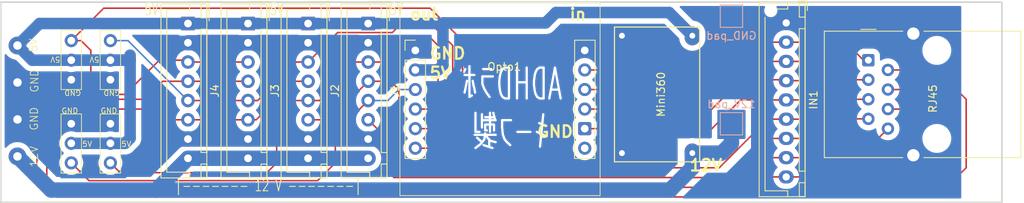
<source format=kicad_pcb>
(kicad_pcb
	(version 20240108)
	(generator "pcbnew")
	(generator_version "8.0")
	(general
		(thickness 1.6)
		(legacy_teardrops no)
	)
	(paper "A4")
	(layers
		(0 "F.Cu" signal)
		(31 "B.Cu" signal)
		(32 "B.Adhes" user "B.Adhesive")
		(33 "F.Adhes" user "F.Adhesive")
		(34 "B.Paste" user)
		(35 "F.Paste" user)
		(36 "B.SilkS" user "B.Silkscreen")
		(37 "F.SilkS" user "F.Silkscreen")
		(38 "B.Mask" user)
		(39 "F.Mask" user)
		(40 "Dwgs.User" user "User.Drawings")
		(41 "Cmts.User" user "User.Comments")
		(42 "Eco1.User" user "User.Eco1")
		(43 "Eco2.User" user "User.Eco2")
		(44 "Edge.Cuts" user)
		(45 "Margin" user)
		(46 "B.CrtYd" user "B.Courtyard")
		(47 "F.CrtYd" user "F.Courtyard")
		(48 "B.Fab" user)
		(49 "F.Fab" user)
		(50 "User.1" user)
		(51 "User.2" user)
		(52 "User.3" user)
		(53 "User.4" user)
		(54 "User.5" user)
		(55 "User.6" user)
		(56 "User.7" user)
		(57 "User.8" user)
		(58 "User.9" user)
	)
	(setup
		(pad_to_mask_clearance 0)
		(allow_soldermask_bridges_in_footprints no)
		(pcbplotparams
			(layerselection 0x0001030_ffffffff)
			(plot_on_all_layers_selection 0x0000000_00000000)
			(disableapertmacros no)
			(usegerberextensions yes)
			(usegerberattributes yes)
			(usegerberadvancedattributes yes)
			(creategerberjobfile no)
			(dashed_line_dash_ratio 12.000000)
			(dashed_line_gap_ratio 3.000000)
			(svgprecision 4)
			(plotframeref no)
			(viasonmask no)
			(mode 1)
			(useauxorigin no)
			(hpglpennumber 1)
			(hpglpenspeed 20)
			(hpglpendiameter 15.000000)
			(pdf_front_fp_property_popups yes)
			(pdf_back_fp_property_popups yes)
			(dxfpolygonmode yes)
			(dxfimperialunits yes)
			(dxfusepcbnewfont yes)
			(psnegative no)
			(psa4output no)
			(plotreference yes)
			(plotvalue yes)
			(plotfptext yes)
			(plotinvisibletext no)
			(sketchpadsonfab no)
			(subtractmaskfromsilk no)
			(outputformat 1)
			(mirror no)
			(drillshape 0)
			(scaleselection 1)
			(outputdirectory "../../Gerbers/")
		)
	)
	(net 0 "")
	(net 1 "/5V")
	(net 2 "/GND")
	(net 3 "/12V")
	(net 4 "/Rx_{1}")
	(net 5 "unconnected-(Opto1-NC-Pad6)")
	(net 6 "/Rx_{4}")
	(net 7 "/Rx_{3}")
	(net 8 "/Tx_{4}")
	(net 9 "/Rx_{2}")
	(net 10 "/Tx_{3}")
	(net 11 "/Tx_{1}")
	(net 12 "/Tx_{2}")
	(footprint "Library:Servo_pads" (layer "F.Cu") (at 97.155 73.66 180))
	(footprint "Connector_JST:JST_XH_B9B-XH-AM_1x09_P2.50mm_Vertical" (layer "F.Cu") (at 189.99 66.28 -90))
	(footprint "Library:TLP281_4_module" (layer "F.Cu") (at 153.3332 75.4348))
	(footprint "Connectors_JST:JST_XH_B08B-XH-A_08x2.50mm_Straight" (layer "F.Cu") (at 135.705 66.36 -90))
	(footprint "Connectors_JST:JST_XH_B08B-XH-A_08x2.50mm_Straight" (layer "F.Cu") (at 127.905 66.36 -90))
	(footprint "Library:Servo_pads" (layer "F.Cu") (at 97.155 79.375))
	(footprint "Mini360_step-down:Mini360_step-down" (layer "F.Cu") (at 173.23 75.565 90))
	(footprint "Connectors_JST:JST_XH_B08B-XH-A_08x2.50mm_Straight" (layer "F.Cu") (at 120.105 66.36 -90))
	(footprint "Library:Servo_pads" (layer "F.Cu") (at 102.235 73.66 180))
	(footprint "Library:PWR_pads" (layer "F.Cu") (at 90.17 83.615 90))
	(footprint "Connector_RJ:RJ45_Wuerth_7499010001A_Horizontal" (layer "F.Cu") (at 200.66 71.12))
	(footprint "Connectors_JST:JST_XH_B08B-XH-A_08x2.50mm_Straight" (layer "F.Cu") (at 112.305 66.36 -90))
	(footprint "Library:Servo_pads" (layer "F.Cu") (at 102.235 79.375))
	(footprint "TestPoint:TestPoint_Pad_2.5x2.5mm" (layer "B.Cu") (at 182.88 79.375 180))
	(footprint "TestPoint:TestPoint_Pad_2.5x2.5mm" (layer "B.Cu") (at 182.88 65.405))
	(gr_rect
		(start 88 63.58)
		(end 218 89.58)
		(stroke
			(width 0.2)
			(type default)
		)
		(fill none)
		(layer "Edge.Cuts")
		(uuid "99981f6e-9965-426a-9d7b-58bc8738d408")
	)
	(gr_text "ADHDラボ\nキーフ製"
		(at 154.305 77.47 0)
		(layer "B.Cu" knockout)
		(uuid "707bf62c-cb3d-4825-8c30-32588b985654")
		(effects
			(font
				(size 4 2.2)
				(thickness 0.3)
			)
			(justify mirror)
		)
	)
	(gr_text "GND"
		(at 157.5 81.28 0)
		(layer "F.SilkS")
		(uuid "32535348-be0e-48ce-9e4a-5411b0f6e3b5")
		(effects
			(font
				(size 1.5 1.5)
				(thickness 0.3)
				(bold yes)
			)
			(justify left bottom)
		)
	)
	(gr_text "12V"
		(at 177.29 85.645 0)
		(layer "F.SilkS")
		(uuid "3db301f1-de90-4437-847c-e38c74a837e6")
		(effects
			(font
				(size 1.5 1.5)
				(thickness 0.3)
				(bold yes)
			)
			(justify left bottom)
		)
	)
	(gr_text "GND"
		(at 143.53 71.12 0)
		(layer "F.SilkS")
		(uuid "4868dbf4-ee86-46eb-8392-5ad21730c39f")
		(effects
			(font
				(size 1.5 1.5)
				(thickness 0.3)
				(bold yes)
			)
			(justify left bottom)
		)
	)
	(gr_text "5V                   5V                  5V"
		(at 106.575152 65.405 0)
		(layer "F.SilkS")
		(uuid "97db678e-4e03-4c52-97f9-9f8a627bf02d")
		(effects
			(font
				(size 1.5 1)
				(thickness 0.125)
			)
			(justify left bottom)
		)
	)
	(gr_text "5V"
		(at 143.53 73.66 0)
		(layer "F.SilkS")
		(uuid "d6d75629-1d78-4b96-a616-586549931b41")
		(effects
			(font
				(size 1.5 1.5)
				(thickness 0.3)
				(bold yes)
			)
			(justify left bottom)
		)
	)
	(gr_text "out               in"
		(at 140.99 66.04 0)
		(layer "F.SilkS")
		(uuid "dd7e562d-5f5e-451f-9a0e-e01f2437c485")
		(effects
			(font
				(size 1.5 1.5)
				(thickness 0.3)
				(bold yes)
			)
			(justify left bottom)
		)
	)
	(gr_text "|------- 12 V -------|"
		(at 110.51 88.265 0)
		(layer "F.SilkS")
		(uuid "f89c4aef-9a62-466a-854e-0e9da3944e79")
		(effects
			(font
				(size 1.5 1)
				(thickness 0.125)
			)
			(justify left bottom)
		)
	)
	(segment
		(start 135.705 66.36)
		(end 145.415 66.36)
		(width 1.5)
		(layer "B.Cu")
		(net 1)
		(uuid "05c397d3-f681-48b3-8a10-c3744d5ec589")
	)
	(segment
		(start 104.795 71.12)
		(end 104.795 81.26)
		(width 1.5)
		(layer "B.Cu")
		(net 1)
		(uuid "1d8b323a-b178-4675-940e-fc05352abf20")
	)
	(segment
		(start 135.705 66.36)
		(end 112.305 66.36)
		(width 1.5)
		(layer "B.Cu")
		(net 1)
		(uuid "225706a2-5928-45c0-bf84-0b84919331e9")
	)
	(segment
		(start 104.795 71.12)
		(end 102.235 71.12)
		(width 1.5)
		(layer "B.Cu")
		(net 1)
		(uuid "30ef059d-4c6e-48f4-b6ea-668e0457e72b")
	)
	(segment
		(start 104.14 81.915)
		(end 97.155 81.915)
		(width 1.5)
		(layer "B.Cu")
		(net 1)
		(uuid "32182b39-12f5-45e1-be4e-18855b878106")
	)
	(segment
		(start 92.075 71.12)
		(end 90.17 69.215)
		(width 1.5)
		(layer "B.Cu")
		(net 1)
		(uuid "43932d6d-ab6e-4057-bf60-9cd73316f135")
	)
	(segment
		(start 104.14 81.915)
		(end 102.235 81.915)
		(width 1.5)
		(layer "B.Cu")
		(net 1)
		(uuid "4d8980e4-c278-424c-96d2-c3628227fb1b")
	)
	(segment
		(start 145.415 71.755)
		(end 144.78 72.39)
		(width 1.5)
		(layer "B.Cu")
		(net 1)
		(uuid "547248d2-2cea-46e8-a9fb-a64875029b95")
	)
	(segment
		(start 104.795 71.12)
		(end 97.155 71.12)
		(width 1.5)
		(layer "B.Cu")
		(net 1)
		(uuid "64a3311f-1748-43cb-9819-20924862f8e4")
	)
	(segment
		(start 158.75 66.28)
		(end 160.1 64.93)
		(width 1.5)
		(layer "B.Cu")
		(net 1)
		(uuid "749b2d05-d0d7-4e3a-9f1a-6791feaf392f")
	)
	(segment
		(start 145.415 66.36)
		(end 145.495 66.28)
		(width 1.5)
		(layer "B.Cu")
		(net 1)
		(uuid "81c1ad2b-632c-409f-a60a-224b13e4550d")
	)
	(segment
		(start 144.78 72.39)
		(end 141.85 72.39)
		(width 1.5)
		(layer "B.Cu")
		(net 1)
		(uuid "837f672f-2c2a-476a-9388-bb43a2ab99be")
	)
	(segment
		(start 174.785 64.93)
		(end 177.8 67.945)
		(width 1.5)
		(layer "B.Cu")
		(net 1)
		(uuid "85c4543b-ab0b-417d-a664-cd2c6c717287")
	)
	(segment
		(start 104.795 71.12)
		(end 92.075 71.12)
		(width 1.5)
		(layer "B.Cu")
		(net 1)
		(uuid "8e742aeb-9157-4bd4-b72f-183223c97419")
	)
	(segment
		(start 104.795 70.465)
		(end 104.795 71.12)
		(width 1.5)
		(layer "B.Cu")
		(net 1)
		(uuid "b1ff628e-bbf2-41b1-af84-1d83a6ca7201")
	)
	(segment
		(start 104.795 81.26)
		(end 104.14 81.915)
		(width 1.5)
		(layer "B.Cu")
		(net 1)
		(uuid "b7f459eb-81d3-4aba-877c-8b93478541ce")
	)
	(segment
		(start 145.415 66.36)
		(end 145.415 71.755)
		(width 1.5)
		(layer "B.Cu")
		(net 1)
		(uuid "caaaa25d-100d-4a35-8779-4af78fe2ff25")
	)
	(segment
		(start 145.495 66.28)
		(end 158.75 66.28)
		(width 1.5)
		(layer "B.Cu")
		(net 1)
		(uuid "df96a28c-a47d-47db-9830-d2ed7784de6c")
	)
	(segment
		(start 112.305 66.36)
		(end 93.025 66.36)
		(width 1.5)
		(layer "B.Cu")
		(net 1)
		(uuid "e2ad696c-83dc-4909-9145-ca26f370ff39")
	)
	(segment
		(start 93.025 66.36)
		(end 90.17 69.215)
		(width 1.5)
		(layer "B.Cu")
		(net 1)
		(uuid "e7960059-f527-430f-aa8e-1613dfdada04")
	)
	(segment
		(start 160.1 64.93)
		(end 174.785 64.93)
		(width 1.5)
		(layer "B.Cu")
		(net 1)
		(uuid "fc0f247b-8949-4b0b-8787-6b9bcd177f61")
	)
	(segment
		(start 135.705 81.36)
		(end 135.99 81.36)
		(width 1)
		(layer "F.Cu")
		(net 2)
		(uuid "3f551968-c3e1-4aa3-a42b-44a7a2ad570d")
	)
	(segment
		(start 90.17 78.815)
		(end 96.595 78.815)
		(width 0.8)
		(layer "B.Cu")
		(net 2)
		(uuid "0a120d06-f4c1-463c-b9af-93a428a87e8e")
	)
	(segment
		(start 112.305 68.86)
		(end 132.08 68.86)
		(width 2)
		(layer "B.Cu")
		(net 2)
		(uuid "0a660362-7d6c-40bd-a91f-f84a88428769")
	)
	(segment
		(start 97.155 79.375)
		(end 102.235 79.375)
		(width 0.8)
		(layer "B.Cu")
		(net 2)
		(uuid "16ec6f16-8994-48e2-9a44-f686c1de06f0")
	)
	(segment
		(start 160.949532 84.455)
		(end 161.992841 83.411691)
		(width 1)
		(layer "B.Cu")
		(net 2)
		(uuid "17728b2c-82a6-4e1d-bbc6-b1b8b74c89fb")
	)
	(segment
		(start 93.27 81.915)
		(end 90.17 78.815)
		(width 0.8)
		(layer "B.Cu")
		(net 2)
		(uuid "1af136ac-8ea3-4fdd-aacc-518c5e29cc63")
	)
	(segment
		(start 206.5 67.665)
		(end 206.5 83.465)
		(width 1)
		(layer "B.Cu")
		(net 2)
		(uuid "24ab063e-1dc3-4688-a9fc-f264b1a6c2ef")
	)
	(segment
		(start 137.895 81.36)
		(end 135.705 81.36)
		(width 2)
		(layer "B.Cu")
		(net 2)
		(uuid "25387d8d-e37a-42f2-90f6-cadc5aec10ff")
	)
	(segment
		(start 127.905 81.36)
		(end 132.08 81.36)
		(width 2)
		(layer "B.Cu")
		(net 2)
		(uuid "2859b989-146e-49fe-b950-40953ee8285c")
	)
	(segment
		(start 182.88 70.485)
		(end 178.515 74.85)
		(width 1)
		(layer "B.Cu")
		(net 2)
		(uuid "318bb22c-f21f-4e01-8092-d0ee9e4a118a")
	)
	(segment
		(start 139.085 82.55)
		(end 139.085 84.455)
		(width 1)
		(layer "B.Cu")
		(net 2)
		(uuid "3ac83f4e-6f95-4ddf-b05b-4b65aa96bb02")
	)
	(segment
		(start 189.99 66.28)
		(end 191.26 66.28)
		(width 1)
		(layer "B.Cu")
		(net 2)
		(uuid "456d5105-7d41-4c42-b255-d9374922f8f6")
	)
	(segment
		(start 139.085 84.455)
		(end 140.355 85.725)
		(width 1)
		(layer "B.Cu")
		(net 2)
		(uuid "4603a257-1ecb-4c40-be39-8b6e8255e23e")
	)
	(segment
		(start 96.8 74.015)
		(end 97.155 73.66)
		(width 0.8)
		(layer "B.Cu")
		(net 2)
		(uuid "4a6a46af-9c3d-4da4-b964-db6478e962ef")
	)
	(segment
		(start 158.115 84.455)
		(end 160.949532 84.455)
		(width 1)
		(layer "B.Cu")
		(net 2)
		(uuid "4dc574ff-9b7e-43c3-a5a6-16c1523d3f9f")
	)
	(segment
		(start 93.345 83.82)
		(end 95.885 86.36)
		(width 0.2)
		(layer "B.Cu")
		(net 2)
		(uuid "532dcc1f-73cb-41df-967a-01e560bd5cbb")
	)
	(segment
		(start 183.755 66.28)
		(end 182.88 65.405)
		(width 1)
		(layer "B.Cu")
		(net 2)
		(uuid "5434b982-d88a-4166-b3a9-a07dc20d553c")
	)
	(segment
		(start 102.235 79.375)
		(end 102.235 73.66)
		(width 0.8)
		(layer "B.Cu")
		(net 2)
		(uuid "5a2167f1-6ead-4f1a-8c64-323983c965ff")
	)
	(segment
		(start 175.135 74.42)
		(end 168.66 67.945)
		(width 1)
		(layer "B.Cu")
		(net 2)
		(uuid "5a36d21a-3087-421b-9b98-55cccb72be9e")
	)
	(segment
		(start 137.895 81.36)
		(end 139.085 82.55)
		(width 1)
		(layer "B.Cu")
		(net 2)
		(uuid "5b5e9e47-8097-4c10-abeb-a8fd9be20f93")
	)
	(segment
		(start 132.08 68.86)
		(end 135.705 68.86)
		(width 2)
		(layer "B.Cu")
		(net 2)
		(uuid "5c05e2d1-8be0-472f-899a-d31d7921e3dc")
	)
	(segment
		(start 175.135 74.85)
		(end 168.66 81.325)
		(width 1)
		(layer "B.Cu")
		(net 2)
		(uuid "62d18a41-7173-40c4-afed-f47ca932f1e9")
	)
	(segment
		(start 191.26 66.28)
		(end 183.755 66.28)
		(width 1)
		(layer "B.Cu")
		(net 2)
		(uuid "6aa61f1e-a698-48f6-88b5-d268f48b1ad5")
	)
	(segment
		(start 175.135 74.85)
		(end 175.135 74.42)
		(width 1)
		(layer "B.Cu")
		(net 2)
		(uuid "6e6c7270-aa5c-4acd-ac1e-f314d96d5ff0")
	)
	(segment
		(start 90.245 78.815)
		(end 90.17 78.815)
		(width 2)
		(layer "B.Cu")
		(net 2)
		(uuid "77a54309-59fb-46b6-ad79-f2a6968dd7a5")
	)
	(segment
		(start 182.88 65.405)
		(end 182.88 70.485)
		(width 1)
		(layer "B.Cu")
		(net 2)
		(uuid "791ad18a-decc-4ad6-981e-ac77085a0d6f")
	)
	(segment
		(start 104.14 86.36)
		(end 104.775 85.725)
		(width 0.2)
		(layer "B.Cu")
		(net 2)
		(uuid "83ce7f8b-8b6b-4b8a-9d3f-7854ca05b96d")
	)
	(segment
		(start 161.992841 71.687159)
		(end 163.83 69.85)
		(width 0.1)
		(layer "B.Cu")
		(net 2)
		(uuid "887eecd8-d95f-48f2-bb5f-6799a324ea5b")
	)
	(segment
		(start 168.66 81.325)
		(end 168.66 83.185)
		(width 1)
		(layer "B.Cu")
		(net 2)
		(uuid "891c770f-d7b7-41b0-81cb-e91796cba9b3")
	)
	(segment
		(start 102.235 73.66)
		(end 97.155 73.66)
		(width 0.8)
		(layer "B.Cu")
		(net 2)
		(uuid "91dee233-5c1e-41d9-8f31-b3392c33836f")
	)
	(segment
		(start 120.105 81.36)
		(end 112.305 81.36)
		(width 2)
		(layer "B.Cu")
		(net 2)
		(uuid "9633625a-d01f-407a-8d44-75285f2efdbd")
	)
	(segment
		(start 112.305 81.36)
		(end 110.49 81.36)
		(width 2)
		(layer "B.Cu")
		(net 2)
		(uuid "9a327eec-6767-435d-b514-b73925c412ed")
	)
	(segment
		(start 93.345 81.915)
		(end 93.345 83.82)
		(width 0.8)
		(layer "B.Cu")
		(net 2)
		(uuid "9eacdf00-e6e7-44c1-aab6-ea29869b1d44")
	)
	(segment
		(start 132.08 81.36)
		(end 132.08 68.86)
		(width 2)
		(layer "B.Cu")
		(net 2)
		(uuid "a34abcf9-25be-4255-86e3-fe2ad73d8d0a")
	)
	(segment
		(start 96.595 78.815)
		(end 97.155 79.375)
		(width 0.8)
		(layer "B.Cu")
		(net 2)
		(uuid "a7c8d03a-7bea-43f6-ac39-799bf487560c")
	)
	(segment
		(start 164.545 69.135)
		(end 163.83 69.85)
		(width 1)
		(layer "B.Cu")
		(net 2)
		(uuid "ae599120-5280-4af2-8b81-8af0bf590775")
	)
	(segment
		(start 95.885 86.36)
		(end 104.14 86.36)
		(width 0.2)
		(layer "B.Cu")
		(net 2)
		(uuid "b08ac564-1457-4343-a7f0-f7a1ccfff22b")
	)
	(segment
		(start 93.345 81.915)
		(end 93.27 81.915)
		(width 0.8)
		(layer "B.Cu")
		(net 2)
		(uuid "b4504f8b-57d8-430f-8db6-ed5aa88872cd")
	)
	(segment
		(start 139.7 69.85)
		(end 141.85 69.85)
		(width 2)
		(layer "B.Cu")
		(net 2)
		(uuid "b58c600e-fe4e-439f-9c82-a37ad556f25f")
	)
	(segment
		(start 104.775 85.725)
		(end 109.815 80.685)
		(width 0.2)
		(layer "B.Cu")
		(net 2)
		(uuid "ba082e1b-e1b0-4b8c-a1a9-f8d9c494b7cb")
	)
	(segment
		(start 156.845 85.725)
		(end 158.115 84.455)
		(width 1)
		(layer "B.Cu")
		(net 2)
		(uuid "c1461f0b-fcbe-4710-a11f-31f192899ebd")
	)
	(segment
		(start 140.355 85.725)
		(end 156.845 85.725)
		(width 1)
		(layer "B.Cu")
		(net 2)
		(uuid "c677c84a-6599-4a4e-9c94-6103c550eeb3")
	)
	(segment
		(start 90.17 78.815)
		(end 90.17 74.015)
		(width 0.8)
		(layer "B.Cu")
		(net 2)
		(uuid "cad61863-f474-4975-9c8c-973961ea6acc")
	)
	(segment
		(start 132.08 81.36)
		(end 135.705 81.36)
		(width 2)
		(layer "B.Cu")
		(net 2)
		(uuid "cf3935a1-b223-43d6-90b5-30e8bb2f1541")
	)
	(segment
		(start 135.705 68.86)
		(end 138.71 68.86)
		(width 2)
		(layer "B.Cu")
		(net 2)
		(uuid "d70e5ee7-39b0-4bf7-821e-981df1cba579")
	)
	(segment
		(start 178.515 74.85)
		(end 175.135 74.85)
		(width 1)
		(layer "B.Cu")
		(net 2)
		(uuid "e010f0e1-edf2-4c23-88cc-708ee287d708")
	)
	(segment
		(start 110.49 81.36)
		(end 109.815 80.685)
		(width 2)
		(layer "B.Cu")
		(net 2)
		(uuid "e7febc55-e8c5-46dd-ba11-518ad528687c")
	)
	(segment
		(start 161.992841 83.411691)
		(end 161.992841 71.687159)
		(width 0.2)
		(layer "B.Cu")
		(net 2)
		(uuid "e9b21462-acf1-4dc3-9c5c-da4c7eda728b")
	)
	(segment
		(start 191.26 66.28)
		(end 205.115 66.28)
		(width 1)
		(layer "B.Cu")
		(net 2)
		(uuid "f0dfbb63-bf1f-4b99-94ea-124adb9538a5")
	)
	(segment
		(start 90.17 74.015)
		(end 96.8 74.015)
		(width 0.8)
		(layer "B.Cu")
		(net 2)
		(uuid "f1454539-086d-40e7-8da8-71f7af651b86")
	)
	(segment
		(start 205.115 66.28)
		(end 206.5 67.665)
		(width 1)
		(layer "B.Cu")
		(net 2)
		(uuid "f3f4071f-038f-42c7-8ca1-b4135b39ce39")
	)
	(segment
		(start 127.905 81.36)
		(end 120.105 81.36)
		(width 2)
		(layer "B.Cu")
		(net 2)
		(uuid "f84547ea-5bf9-481c-9a0d-532f3e2c19c0")
	)
	(segment
		(start 138.71 68.86)
		(end 139.7 69.85)
		(width 2)
		(layer "B.Cu")
		(net 2)
		(uuid "fa2a5066-05d7-4c87-9090-227b9f64a4c7")
	)
	(segment
		(start 174.955 87.98)
		(end 174.955 87.935)
		(width 2)
		(layer "B.Cu")
		(net 3)
		(uuid "2bde1cc6-969d-4409-906d-c0ed92d89171")
	)
	(segment
		(start 90.17 83.615)
		(end 94.535 87.98)
		(width 2)
		(layer "B.Cu")
		(net 3)
		(uuid "2d41a3ea-107b-4c4c-a6d2-875237186481")
	)
	(segment
		(start 120.105 83.86)
		(end 112.305 83.86)
		(width 2)
		(layer "B.Cu")
		(net 3)
		(uuid "372b8673-9d2e-42de-a3c3-5dd2a970c0bc")
	)
	(segment
		(start 94.535 87.98)
		(end 108.185 87.98)
		(width 2)
		(layer "B.Cu")
		(net 3)
		(uuid "5b850a97-8cc9-4eec-986d-ca46c8bebfb4")
	)
	(segment
		(start 108.185 87.98)
		(end 112.305 83.86)
		(width 2)
		(layer "B.Cu")
		(net 3)
		(uuid "6dcad2a7-5902-4f41-9d99-be9788aba593")
	)
	(segment
		(start 181.61 83.185)
		(end 182.88 81.915)
		(width 2)
		(layer "B.Cu")
		(net 3)
		(uuid "6f39bec5-e323-46ca-90d6-c748cc5a225b")
	)
	(segment
		(start 127.905 83.86)
		(end 120.105 83.86)
		(width 2)
		(layer "B.Cu")
		(net 3)
		(uuid "81557220-03f4-45ea-a50a-7fa28f7a2ed4")
	)
	(segment
		(start 174.955 87.935)
		(end 177.8 85.09)
		(width 2)
		(layer "B.Cu")
		(net 3)
		(uuid "ab3b450e-9d60-4763-a243-f8a441d395be")
	)
	(segment
		(start 108.185 87.98)
		(end 174.955 87.98)
		(width 2)
		(layer "B.Cu")
		(net 3)
		(uuid "b295801e-3557-4a96-88ce-de1ac6772364")
	)
	(segment
		(start 135.705 83.86)
		(end 127.905 83.86)
		(width 2)
		(layer "B.Cu")
		(net 3)
		(uuid "c397eefe-8019-4d5c-a944-bf262e2ff4c9")
	)
	(segment
		(start 177.8 85.09)
		(end 177.8 83.185)
		(width 2)
		(layer "B.Cu")
		(net 3)
		(uuid "cd7a9eb0-441d-400e-aa3d-4b340b599843")
	)
	(segment
		(start 177.8 83.185)
		(end 181.61 83.185)
		(width 2)
		(layer "B.Cu")
		(net 3)
		(uuid "e5dee334-5e7d-4276-bd8a-43e49f9c31a0")
	)
	(segment
		(start 182.88 81.915)
		(end 182.88 79.375)
		(width 2)
		(layer "B.Cu")
		(net 3)
		(uuid "f8975b58-766a-4e1a-b1bd-29e9544565af")
	)
	(segment
		(start 137.795 85.09)
		(end 137.795 80.95)
		(width 0.2)
		(layer "F.Cu")
		(net 4)
		(uuid "25dfc43f-2cbd-4509-9bf9-d9e6acca8bfe")
	)
	(segment
		(start 137.795 80.95)
		(end 135.705 78.86)
		(width 0.2)
		(layer "F.Cu")
		(net 4)
		(uuid "30531fc2-2139-4ee0-b88f-214a97f8d8d7")
	)
	(segment
		(start 206.375 78.105)
		(end 205.74 77.47)
		(width 0.2)
		(layer "F.Cu")
		(net 4)
		(uuid "6293a399-62ad-4c36-9ee5-4a65043e8cf5")
	)
	(segment
		(start 201.93 84.455)
		(end 206.375 80.01)
		(width 0.2)
		(layer "F.Cu")
		(net 4)
		(uuid "67ef0780-dc67-4afb-8286-cef0db07391d")
	)
	(segment
		(start 187.325 81.28)
		(end 182.245 86.36)
		(width 0.2)
		(layer "F.Cu")
		(net 4)
		(uuid "78d30d62-1177-43f0-8bc1-744640f473e5")
	)
	(segment
		(start 193.04 81.28)
		(end 196.215 84.455)
		(width 0.2)
		(layer "F.Cu")
		(net 4)
		(uuid "7ce859f0-2cc7-4c9c-96d2-6255f2db6322")
	)
	(segment
		(start 196.215 84.455)
		(end 201.93 84.455)
		(width 0.2)
		(layer "F.Cu")
		(net 4)
		(uuid "7f5e0b41-1643-476d-91fd-e617fd0e5f72")
	)
	(segment
		(start 206.375 80.01)
		(end 206.375 78.105)
		(width 0.2)
		(layer "F.Cu")
		(net 4)
		(uuid "8761a383-352f-41b1-8b1f-5d6ebe9d97ef")
	)
	(segment
		(start 182.245 86.36)
		(end 139.065 86.36)
		(width 0.2)
		(layer "F.Cu")
		(net 4)
		(uuid "959ad4a6-1a39-4d84-a4e2-5ca1fb67c0db")
	)
	(segment
		(start 205.74 77.47)
		(end 203.2 77.47)
		(width 0.2)
		(layer "F.Cu")
		(net 4)
		(uuid "9fdbb2bc-9049-48a1-9366-c24f27b9c2f6")
	)
	(segment
		(start 189.99 81.28)
		(end 193.04 81.28)
		(width 0.2)
		(layer "F.Cu")
		(net 4)
		(uuid "a98e97a8-852c-49f7-8b72-c930d29ea808")
	)
	(segment
		(start 139.065 86.36)
		(end 137.795 85.09)
		(width 0.2)
		(layer "F.Cu")
		(net 4)
		(uuid "c05c34e0-29b3-468a-b039-c6770c1e0b78")
	)
	(segment
		(start 189.99 81.28)
		(end 187.325 81.28)
		(width 0.2)
		(layer "F.Cu")
		(net 4)
		(uuid "d104a475-d74f-4e39-b058-1a9e59525955")
	)
	(segment
		(start 93.98 76.2)
		(end 92.71 77.47)
		(width 0.2)
		(layer "F.Cu")
		(net 6)
		(uuid "0c7be2d6-668f-42f2-8121-96ca8baa241e")
	)
	(segment
		(start 106.68 76.2)
		(end 93.98 76.2)
		(width 0.2)
		(layer "F.Cu")
		(net 6)
		(uuid "13840d90-fe92-4230-b168-0a78fbb5c8c7")
	)
	(segment
		(start 213.36 76.2)
		(end 209.55 72.39)
		(width 0.2)
		(layer "F.Cu")
		(net 6)
		(uuid "1ab0c564-fc02-4989-b305-b82279cfaf0d")
	)
	(segment
		(start 112.305 73.86)
		(end 112.105 73.66)
		(width 0.2)
		(layer "F.Cu")
		(net 6)
		(uuid "238a8d4e-7a74-4555-a714-5397bcf25761")
	)
	(segment
		(start 95.23 88.88)
		(end 185.44 88.88)
		(width 0.2)
		(layer "F.Cu")
		(net 6)
		(uuid "461d5730-cd19-42e8-a80a-49d8c13e2000")
	)
	(segment
		(start 92.71 77.47)
		(end 92.71 86.36)
		(width 0.2)
		(layer "F.Cu")
		(net 6)
		(uuid "4bdfe039-7c07-4a7d-9ba1-04caaf60a6bd")
	)
	(segment
		(start 109.02 73.86)
		(end 106.68 76.2)
		(width 0.2)
		(layer "F.Cu")
		(net 6)
		(uuid "7511a3eb-c0b3-4144-accd-bfb3726186e0")
	)
	(segment
		(start 209.55 72.39)
		(end 203.2 72.39)
		(width 0.2)
		(layer "F.Cu")
		(net 6)
		(uuid "883bfd96-0434-47f3-af2e-92e6da61abab")
	)
	(segment
		(start 188.04 86.28)
		(end 189.99 86.28)
		(width 0.2)
		(layer "F.Cu")
		(net 6)
		(uuid "94cc5fe5-6837-438c-859f-2cbfe3a10944")
	)
	(segment
		(start 112.305 73.86)
		(end 109.02 73.86)
		(width 0.2)
		(layer "F.Cu")
		(net 6)
		(uuid "9a164940-1dd1-4d83-872a-66c21d9b310a")
	)
	(segment
		(start 189.99 86.28)
		(end 192.325 86.28)
		(width 0.2)
		(layer "F.Cu")
		(net 6)
		(uuid "a0c4605d-f144-45f9-b4f4-4c86a479fcd6")
	)
	(segment
		(start 112.305 73.86)
		(end 120.105 73.86)
		(width 0.2)
		(layer "F.Cu")
		(net 6)
		(uuid "a2e01b79-206b-4b17-8585-eb8262219ac6")
	)
	(segment
		(start 213.36 85.09)
		(end 213.36 76.2)
		(width 0.2)
		(layer "F.Cu")
		(net 6)
		(uuid "a362d257-efa2-4b29-a4a1-2d3f5ff572a2")
	)
	(segment
		(start 92.71 86.36)
		(end 95.23 88.88)
		(width 0.2)
		(layer "F.Cu")
		(net 6)
		(uuid "b8614a4f-c0a0-42ef-9045-4920e83ff332")
	)
	(segment
		(start 192.325 86.28)
		(end 194.31 88.265)
		(width 0.2)
		(layer "F.Cu")
		(net 6)
		(uuid "c8d46810-67f4-4f5b-afd8-b447aeee0576")
	)
	(segment
		(start 210.185 88.265)
		(end 213.36 85.09)
		(width 0.2)
		(layer "F.Cu")
		(net 6)
		(uuid "d0ed8a7f-f6d0-4b70-8b7e-61f9e3efe60a")
	)
	(segment
		(start 190.07 86.36)
		(end 189.99 86.28)
		(width 0.2)
		(layer "F.Cu")
		(net 6)
		(uuid "d37f784d-58ed-471c-8468-1b6c26c8fde9")
	)
	(segment
		(start 194.31 88.265)
		(end 210.185 88.265)
		(width 0.2)
		(layer "F.Cu")
		(net 6)
		(uuid "db86729e-08cc-43d2-b9fa-7ae707853844")
	)
	(segment
		(start 185.44 88.88)
		(end 188.04 86.28)
		(width 0.2)
		(layer "F.Cu")
		(net 6)
		(uuid "f69b0b50-5c12-42b3-9fd1-fdb5d26b823c")
	)
	(segment
		(start 195.58 86.995)
		(end 209.55 86.995)
		(width 0.2)
		(layer "F.Cu")
		(net 7)
		(uuid "071f9af0-2cf3-4b72-b3f4-7f404f7ba2d1")
	)
	(segment
		(start 209.55 86.995)
		(end 212.09 84.455)
		(width 0.2)
		(layer "F.Cu")
		(net 7)
		(uuid "0a334cc7-0799-41fd-8034-7f90a3afdd09")
	)
	(segment
		(start 108.07 78.86)
		(end 106.68 77.47)
		(width 0.2)
		(layer "F.Cu")
		(net 7)
		(uuid "16f18876-a926-412d-bfd6-24a1f174d7ca")
	)
	(segment
		(start 106.68 77.47)
		(end 94.615 77.47)
		(width 0.2)
		(layer "F.Cu")
		(net 7)
		(uuid "1c194471-acf7-48e2-b4f9-492509562855")
	)
	(segment
		(start 112.305 78.86)
		(end 108.07 78.86)
		(width 0.2)
		(layer "F.Cu")
		(net 7)
		(uuid "2c4c24ca-e7d6-4e39-8820-77d7dd2a5a32")
	)
	(segment
		(start 95.25 87.63)
		(end 183.515 87.63)
		(width 0.2)
		(layer "F.Cu")
		(net 7)
		(uuid "30fa23c6-0f02-4af2-967d-107cc206d5db")
	)
	(segment
		(start 212.09 84.455)
		(end 212.09 77.47)
		(width 0.2)
		(layer "F.Cu")
		(net 7)
		(uuid "4abb0385-e0c1-4dbc-804b-fd7ef1c883c4")
	)
	(segment
		(start 183.515 87.63)
		(end 187.365 83.78)
		(width 0.2)
		(layer "F.Cu")
		(net 7)
		(uuid "59e79c75-b359-4a13-b245-9e3aa149a85f")
	)
	(segment
		(start 112.305 78.86)
		(end 120.105 78.86)
		(width 0.2)
		(layer "F.Cu")
		(net 7)
		(uuid "5cb025ed-3e22-426a-82c8-509a07d383ce")
	)
	(segment
		(start 93.98 86.36)
		(end 95.25 87.63)
		(width 0.2)
		(layer "F.Cu")
		(net 7)
		(uuid "6a7bda13-a012-4de7-929f-1eb705aacd5d")
	)
	(segment
		(start 93.98 78.105)
		(end 93.98 86.36)
		(width 0.2)
		(layer "F.Cu")
		(net 7)
		(uuid "6e5f26a8-03ee-4585-b56f-1940adbebf0b")
	)
	(segment
		(start 126.165 73.86)
		(end 127.905 73.86)
		(width 0.2)
		(layer "F.Cu")
		(net 7)
		(uuid "728382cb-5d64-4841-9860-f813517f6ab3")
	)
	(segment
		(start 209.55 74.93)
		(end 203.2 74.93)
		(width 0.2)
		(layer "F.Cu")
		(net 7)
		(uuid "8cc618f5-b784-416e-b584-8711d19bf295")
	)
	(segment
		(start 120.105 78.86)
		(end 121.165 78.86)
		(width 0.2)
		(layer "F.Cu")
		(net 7)
		(uuid "911ff487-5f94-44c8-986c-2503f7e9e202")
	)
	(segment
		(start 189.99 83.78)
		(end 192.365 83.78)
		(width 0.2)
		(layer "F.Cu")
		(net 7)
		(uuid "938f911f-2828-4f0e-b4ec-01feaed7d1d6")
	)
	(segment
		(start 121.165 78.86)
		(end 126.165 73.86)
		(width 0.2)
		(layer "F.Cu")
		(net 7)
		(uuid "9404e5af-e6e1-4a50-a46e-a272f50bcb16")
	)
	(segment
		(start 212.09 77.47)
		(end 209.55 74.93)
		(width 0.2)
		(layer "F.Cu")
		(net 7)
		(uuid "9de3ab82-c18e-4d26-a002-9d300d200d1a")
	)
	(segment
		(start 187.365 83.78)
		(end 189.99 83.78)
		(width 0.2)
		(layer "F.Cu")
		(net 7)
		(uuid "ca13f654-6925-4cb0-8e51-ef18c3449311")
	)
	(segment
		(start 192.365 83.78)
		(end 195.58 86.995)
		(width 0.2)
		(layer "F.Cu")
		(net 7)
		(uuid "d599498f-e6fa-4cb1-b38f-6bb5360e06ab")
	)
	(segment
		(start 94.615 77.47)
		(end 93.98 78.105)
		(width 0.2)
		(layer "F.Cu")
		(net 7)
		(uuid "e277933e-ea53-4c01-b865-7e786b0dfc23")
	)
	(segment
		(start 112.305 78.86)
		(end 112.305 78.85)
		(width 0.2)
		(layer "B.Cu")
		(net 7)
		(uuid "0ce0fb0e-a3e7-4390-b3e9-43572bc36c67")
	)
	(segment
		(start 112.305 78.85)
		(end 112.415 78.74)
		(width 0.2)
		(layer "B.Cu")
		(net 7)
		(uuid "2be09f99-ed5c-4da1-adef-60ecda85abfe")
	)
	(segment
		(start 112.415 78.74)
		(end 112.535 78.86)
		(width 0.2)
		(layer "B.Cu")
		(net 7)
		(uuid "b478d4c3-8723-4e65-abf4-bbeb9653af32")
	)
	(segment
		(start 100.33 75.565)
		(end 99.695 74.93)
		(width 0.2)
		(layer "F.Cu")
		(net 8)
		(uuid "06edb6f2-3f4b-4cc1-bf70-8151c703d03f")
	)
	(segment
		(start 147.955 68.58)
		(end 143.745 64.37)
		(width 0.2)
		(layer "F.Cu")
		(net 8)
		(uuid "1b22ad78-bed6-466f-ba84-7de2e641a44a")
	)
	(segment
		(start 101.365 64.37)
		(end 97.155 68.58)
		(width 0.2)
		(layer "F.Cu")
		(net 8)
		(uuid "25e21d42-9387-4ba7-8a9f-153ae32f2acd")
	)
	(segment
		(start 104.14 75.565)
		(end 100.33 75.565)
		(width 0.2)
		(layer "F.Cu")
		(net 8)
		(uuid "2bdf6c9f-df26-4e74-933b-b88eb5a15a74")
	)
	(segment
		(start 194.945 78.74)
		(end 192.485 76.28)
		(width 0.2)
		(layer "F.Cu")
		(net 8)
		(uuid "32323897-de13-4bd3-9909-39c69cffe9cb")
	)
	(segment
		(start 106.9975 72.7075)
		(end 108.585 71.12)
		(width 0.2)
		(layer "F.Cu")
		(net 8)
		(uuid "478152b3-6d42-4608-b3d7-f472eec06926")
	)
	(segment
		(start 144.145 82.55)
		(end 147.955 78.74)
		(width 0.2)
		(layer "F.Cu")
		(net 8)
		(uuid "4babc044-3aad-4565-97a0-8c743db89edd")
	)
	(segment
		(start 180.34 80.01)
		(end 163.83 80.01)
		(width 0.2)
		(layer "F.Cu")
		(net 8)
		(uuid "59e7b750-1a64-402f-a72d-79ab0770296b")
	)
	(segment
		(start 184.07 76.28)
		(end 180.34 80.01)
		(width 0.2)
		(layer "F.Cu")
		(net 8)
		(uuid "5fa13bbe-15ab-402e-97af-8b3ed4f21b63")
	)
	(segment
		(start 141.85 82.55)
		(end 144.145 82.55)
		(width 0.2)
		(layer "F.Cu")
		(net 8)
		(uuid "63d57d94-20d5-4c5a-b539-120332ce15bf")
	)
	(segment
		(start 99.695 69.85)
		(end 98.425 68.58)
		(width 0.2)
		(layer "F.Cu")
		(net 8)
		(uuid "6ac37d02-8540-4d08-8a26-aec631c2e60a")
	)
	(segment
		(start 192.485 76.28)
		(end 189.99 76.28)
		(width 0.2)
		(layer "F.Cu")
		(net 8)
		(uuid "867d134e-7d9a-4d3d-bcf3-721337b0650c")
	)
	(segment
		(start 200.66 78.74)
		(end 194.945 78.74)
		(width 0.2)
		(layer "F.Cu")
		(net 8)
		(uuid "96268c99-2237-4e26-aa36-87604637883d")
	)
	(segment
		(start 147.955 78.74)
		(end 147.955 68.58)
		(width 0.2)
		(layer "F.Cu")
		(net 8)
		(uuid "b947c54c-9ac2-44db-bc5e-adfa0d3322db")
	)
	(segment
		(start 107.24 72.465)
		(end 104.14 75.565)
		(width 0.2)
		(layer "F.Cu")
		(net 8)
		(uuid "c4576ab4-9308-42d7-af1f-0c8b6a0eba27")
	)
	(segment
		(start 189.99 76.28)
		(end 184.07 76.28)
		(width 0.2)
		(layer "F.Cu")
		(net 8)
		(uuid "caa74e75-6088-4e36-8736-1b4743d4e56a")
	)
	(segment
		(start 112.305 71.36)
		(end 120.105 71.36)
		(width 0.2)
		(layer "F.Cu")
		(net 8)
		(uuid "d34aed50-ad1d-411a-ae08-62830021243c")
	)
	(segment
		(start 108.585 71.12)
		(end 112.065 71.12)
		(width 0.2)
		(layer "F.Cu")
		(net 8)
		(uuid "d7776142-7ff2-4b90-bcd3-0e42ef9b3847")
	)
	(segment
		(start 143.745 64.37)
		(end 101.365 64.37)
		(width 0.2)
		(layer "F.Cu")
		(net 8)
		(uuid "e5fbfcf0-3d14-4a45-b79b-05096257943d")
	)
	(segment
		(start 98.425 68.58)
		(end 97.155 68.58)
		(width 0.2)
		(layer "F.Cu")
		(net 8)
		(uuid "e64e976d-97bd-4392-adc5-e62edd27a4fc")
	)
	(segment
		(start 99.695 74.93)
		(end 99.695 69.85)
		(width 0.2)
		(layer "F.Cu")
		(net 8)
		(uuid "f6bf9a61-8c34-482e-ada9-0f74c65feffe")
	)
	(segment
		(start 112.065 71.12)
		(end 112.305 71.36)
		(width 0.2)
		(layer "F.Cu")
		(net 8)
		(uuid "fd8bebe6-7ba0-42d0-80d2-f6f3c35923c7")
	)
	(segment
		(start 112.305 71.36)
		(end 112.305 71.23)
		(width 0.2)
		(layer "B.Cu")
		(net 8)
		(uuid "514d4351-f709-4244-a43a-a5ee3179af9b")
	)
	(segment
		(start 112.305 71.23)
		(end 112.415 71.12)
		(width 0.2)
		(layer "B.Cu")
		(net 8)
		(uuid "a46199ae-6d15-4fc9-ab73-c4d476828202")
	)
	(segment
		(start 138.63 73.86)
		(end 135.705 73.86)
		(width 0.2)
		(layer "F.Cu")
		(net 9)
		(uuid "0a0f5af3-f94c-4fbd-8740-19717e39d837")
	)
	(segment
		(start 189.99 78.78)
		(end 193.715 78.78)
		(width 0.2)
		(layer "F.Cu")
		(net 9)
		(uuid "0f1c9a7a-a7d3-4c14-8e89-739050ea40fc")
	)
	(segment
		(start 201.295 81.915)
		(end 203.2 80.01)
		(width 0.2)
		(layer "F.Cu")
		(net 9)
		(uuid "2909c14c-214a-4a5d-8b1c-ffb473d99b1a")
	)
	(segment
		(start 140.97 85.09)
		(end 139.7 83.82)
		(width 0.2)
		(layer "F.Cu")
		(net 9)
		(uuid "3a0311d2-c546-44d8-934d-23e2e3fda983")
	)
	(segment
		(start 189.99 78.78)
		(end 189.95 78.74)
		(width 0.2)
		(layer "F.Cu")
		(net 9)
		(uuid "6f2c5d2c-4d47-49a1-aa85-4eca4a37a338")
	)
	(segment
		(start 130.69 78.86)
		(end 130.705 78.86)
		(width 0.2)
		(layer "F.Cu")
		(net 9)
		(uuid "754a4989-6316-45ae-ab9a-98ed8fe92c82")
	)
	(segment
		(start 181.2925 85.09)
		(end 140.97 85.09)
		(width 0.2)
		(layer "F.Cu")
		(net 9)
		(uuid "770f6546-3103-4b03-b17a-23137c5a3422")
	)
	(segment
		(start 189.99 78.78)
		(end 187.6025 78.78)
		(width 0.2)
		(layer "F.Cu")
		(net 9)
		(uuid "7f0a9276-c934-414a-b617-d38ed57423c1")
	)
	(segment
		(start 187.6025 78.78)
		(end 181.2925 85.09)
		(width 0.2)
		(layer "F.Cu")
		(net 9)
		(uuid "8c66b959-69b4-4f44-a1f3-b29e587fb961")
	)
	(segment
		(start 139.7 74.93)
		(end 138.63 73.86)
		(width 0.2)
		(layer "F.Cu")
		(net 9)
		(uuid "a1235feb-a2bc-48bf-b348-c27acb0904df")
	)
	(segment
		(start 196.85 81.915)
		(end 201.295 81.915)
		(width 0.2)
		(layer "F.Cu")
		(net 9)
		(uuid "a3405d25-963c-410e-901c-aee4be487a3f")
	)
	(segment
		(start 193.715 78.78)
		(end 196.85 81.915)
		(width 0.2)
		(layer "F.Cu")
		(net 9)
		(uuid "c3909e55-4798-41d2-845b-5a382f2bf541")
	)
	(segment
		(start 127.905 78.86)
		(end 130.69 78.86)
		(width 0.2)
		(layer "F.Cu")
		(net 9)
		(uuid "c5c011ea-18f6-4ca0-b14a-e34ca21df771")
	)
	(segment
		(start 139.7 83.82)
		(end 139.7 74.93)
		(width 0.2)
		(layer "F.Cu")
		(net 9)
		(uuid "d1859ddd-dda9-4f8b-8a40-ea734f428974")
	)
	(segment
		(start 130.705 78.86)
		(end 135.705 73.86)
		(width 0.2)
		(layer "F.Cu")
		(net 9)
		(uuid "ec883ee1-a5f5-4c01-b4c5-9346fd4b0a7b")
	)
	(segment
		(start 146.685 69.215)
		(end 144.145 66.675)
		(width 0.2)
		(layer "F.Cu")
		(net 10)
		(uuid "10c4e92d-0ab1-45a3-be5d-495104f4ee68")
	)
	(segment
		(start 146.685 77.47)
		(end 146.685 69.215)
		(width 0.2)
		(layer "F.Cu")
		(net 10)
		(uuid "1a9f967a-fc70-43cf-b910-0319aacec146")
	)
	(segment
		(start 184.15 73.66)
		(end 180.34 77.47)
		(width 0.2)
		(layer "F.Cu")
		(net 10)
		(uuid "347727ba-0a83-43f9-8e13-2917d48a3eb8")
	)
	(segment
		(start 138.84 67.535)
		(end 131.73 67.535)
		(width 0.2)
		(layer "F.Cu")
		(net 10)
		(uuid "36d6ede0-fb0e-4838-b6fc-73d5ecf49ef9")
	)
	(segment
		(start 144.145 80.01)
		(end 146.685 77.47)
		(width 0.2)
		(layer "F.Cu")
		(net 10)
		(uuid "3848661d-eca6-4309-bafb-f19bce63e5f4")
	)
	(segment
		(start 126.365 71.36)
		(end 127.905 71.36)
		(width 0.2)
		(layer "F.Cu")
		(net 10)
		(uuid "41bb01f2-a764-49e5-aebe-213001432057")
	)
	(segment
		(start 141.85 80.01)
		(end 144.145 80.01)
		(width 0.2)
		(layer "F.Cu")
		(net 10)
		(uuid "43d94d88-bb62-41a6-b85e-0fbd9a8a83a1")
	)
	(segment
		(start 200.66 76.2)
		(end 194.945 76.2)
		(width 0.2)
		(layer "F.Cu")
		(net 10)
		(uuid "4f4d2c4b-1513-44a0-aa51-9f7608c236d4")
	)
	(segment
		(start 139.7 66.675)
		(end 138.84 67.535)
		(width 0.2)
		(layer "F.Cu")
		(net 10)
		(uuid "54490e7b-6509-4f3e-bfe6-2f1f2f4b3b7d")
	)
	(segment
		(start 189.87 73.66)
		(end 184.15 73.66)
		(width 0.2)
		(layer "F.Cu")
		(net 10)
		(uuid "65502c04-8aa3-40ff-8472-f9fc9fbbd90f")
	)
	(segment
		(start 144.145 66.675)
		(end 139.7 66.675)
		(width 0.2)
		(layer "F.Cu")
		(net 10)
		(uuid "69859c7e-3452-4276-8d17-a56009392695")
	)
	(segment
		(start 180.34 77.47)
		(end 163.83 77.47)
		(width 0.2)
		(layer "F.Cu")
		(net 10)
		(uuid "6ca228e3-f11f-4f6a-8269-4b6eb740aa9f")
	)
	(segment
		(start 131.73 67.535)
		(end 127.905 71.36)
		(width 0.2)
		(layer "F.Cu")
		(net 10)
		(uuid "832b6678-5754-4ae0-9b78-72a7e8a86fb3")
	)
	(segment
		(start 194.945 76.2)
		(end 192.525 73.78)
		(width 0.2)
		(layer "F.Cu")
		(net 10)
		(uuid "85d88517-2267-467e-941d-5d93921f9e65")
	)
	(segment
		(start 112.305 76.36)
		(end 120.105 76.36)
		(width 0.2)
		(layer "F.Cu")
		(net 10)
		(uuid "879f4ad8-ebc8-4707-ad9e-37c34a22479b")
	)
	(segment
		(start 120.105 76.36)
		(end 121.365 76.36)
		(width 0.2)
		(layer "F.Cu")
		(net 10)
		(uuid "952fc348-7572-4b94-933c-b4813ff5e5ee")
	)
	(segment
		(start 121.365 76.36)
		(end 126.365 71.36)
		(width 0.2)
		(layer "F.Cu")
		(net 10)
		(uuid "b5b702f1-6967-44c4-aa77-be1f73874039")
	)
	(segment
		(start 192.525 73.78)
		(end 189.99 73.78)
		(width 0.2)
		(layer "F.Cu")
		(net 10)
		(uuid "c6276534-8cfe-4f92-8537-f53b46b9f57b")
	)
	(segment
		(start 189.99 73.78)
		(end 189.87 73.66)
		(width 0.2)
		(layer "F.Cu")
		(net 10)
		(uuid "de3e5bff-7914-4e95-8b0b-3ad357df2943")
	)
	(segment
		(start 112.415 76.2)
		(end 112.575 76.36)
		(width 0.2)
		(layer "B.Cu")
		(net 10)
		(uuid "0e584542-2496-4b83-ba11-db5826f79d31")
	)
	(segment
		(start 112.305 76.36)
		(end 112.305 76.31)
		(width 0.2)
		(layer "B.Cu")
		(net 10)
		(uuid "3988cc7a-fad5-4164-9547-b4af259ed84a")
	)
	(segment
		(start 104.525 68.58)
		(end 112.305 76.36)
		(width 0.2)
		(layer "B.Cu")
		(net 10)
		(uuid "59b089aa-5793-43e2-8eb1-ea9fa326a6e5")
	)
	(segment
		(start 112.305 76.31)
		(end 112.415 76.2)
		(width 0.2)
		(layer "B.Cu")
		(net 10)
		(uuid "8d8be6a9-42f9-471c-93f5-3908ec9253a1")
	)
	(segment
		(start 102.235 68.58)
		(end 104.525 68.58)
		(width 0.2)
		(layer "B.Cu")
		(net 10)
		(uuid "934a49f2-5bbc-4d4d-b9fe-5fa59ee4aa03")
	)
	(segment
		(start 129.14 86.76)
		(end 131.445 84.455)
		(width 0.2)
		(layer "F.Cu")
		(net 11)
		(uuid "02eaaa26-2cb2-45a4-9295-38ea36d962b9")
	)
	(segment
		(start 131.445 80.62)
		(end 135.705 76.36)
		(width 0.2)
		(layer "F.Cu")
		(net 11)
		(uuid "04faf05f-710e-4cc2-823d-0ec619d92205")
	)
	(segment
		(start 200.025 71.12)
		(end 197.685 68.78)
		(width 0.2)
		(layer "F.Cu")
		(net 11)
		(uuid "10d37c87-1781-43dc-be7f-d0ef7ef6c577")
	)
	(segment
		(start 99.46 86.76)
		(end 129.14 86.76)
		(width 0.2)
		(layer "F.Cu")
		(net 11)
		(uuid "1829ba35-cc8e-43d2-9fa7-5d8fe75cc3dd")
	)
	(segment
		(start 197.685 68.78)
		(end 189.99 68.78)
		(width 0.2)
		(layer "F.Cu")
		(net 11)
		(uuid "195701ed-b580-4e60-8ff1-93a53c659e6d")
	)
	(segment
		(start 200.66 71.12)
		(end 200.025 71.12)
		(width 0.2)
		(layer "F.Cu")
		(net 11)
		(uuid "2b674a70-34ad-47d0-9320-a4a632c08f50")
	)
	(segment
		(start 189.99 68.78)
		(end 183.315 68.78)
		(width 0.2)
		(layer "F.Cu")
		(net 11)
		(uuid "4030f0e0-d14d-4ddc-9cf8-e0b284931aa6")
	)
	(segment
		(start 97.155 84.455)
		(end 99.46 86.76)
		(width 0.2)
		(layer "F.Cu")
		(net 11)
		(uuid "56732ee9-d925-45f7-b28a-b7255f67ea8e")
	)
	(segment
		(start 183.315 68.78)
		(end 179.705 72.39)
		(width 0.2)
		(layer "F.Cu")
		(net 11)
		(uuid "b327ab3a-62cb-49d4-91ae-1b2b3f5d5add")
	)
	(segment
		(start 131.445 84.455)
		(end 131.445 80.62)
		(width 0.2)
		(layer "F.Cu")
		(net 11)
		(uuid "b41abad2-ba10-49f2-b729-e23277c6fe43")
	)
	(segment
		(start 179.705 72.39)
		(end 163.85 72.39)
		(width 0.2)
		(layer "F.Cu")
		(net 11)
		(uuid "ecf91d2d-9315-4aaa-91f7-31c17a9488ee")
	)
	(segment
		(start 141.83 74.93)
		(end 139.7 74.93)
		(width 0.2)
		(layer "B.Cu")
		(net 11)
		(uuid "1792c340-4329-4dd7-8b48-1f2300928f6f")
	)
	(segment
		(start 139.7 74.93)
		(end 138.27 76.36)
		(width 0.2)
		(layer "B.Cu")
		(net 11)
		(uuid "222a2f22-996b-4555-8efe-94390ad55d9a")
	)
	(segment
		(start 138.27 76.36)
		(end 135.705 76.36)
		(width 0.2)
		(layer "B.Cu")
		(net 11)
		(uuid "d745100a-13cd-4db7-a4fd-53bfef939b5f")
	)
	(segment
		(start 123.825 78.105)
		(end 123.825 84.455)
		(width 0.2)
		(layer "F.Cu")
		(net 12)
		(uuid "13e5b6bc-50ce-43ff-8294-d83267b04679")
	)
	(segment
		(start 131.205 71.36)
		(end 135.705 71.36)
		(width 0.2)
		(layer "F.Cu")
		(net 12)
		(uuid "15ecb974-b1a3-494a-9145-23e95963dd06")
	)
	(segment
		(start 103.505 85.725)
		(end 102.235 84.455)
		(width 0.2)
		(layer "F.Cu")
		(net 12)
		(uuid "18d64612-41eb-489e-b469-cdd96cb06512")
	)
	(segment
		(start 123.825 84.455)
		(end 122.555 85.725)
		(width 0.2)
		(layer "F.Cu")
		(net 12)
		(uuid "1ae9b759-2547-439a-a6a1-3a6c992e7347")
	)
	(segment
		(start 200.66 73.66)
		(end 200.025 73.66)
		(width 0.2)
		(layer "F.Cu")
		(net 12)
		(uuid "21274ddc-ae79-4469-ab3a-f87b84dc10c4")
	)
	(segment
		(start 200.025 73.66)
		(end 199.905 73.78)
		(width 0.2)
		(layer "F.Cu")
		(net 12)
		(uuid "32402c6f-3526-460c-89e4-8fd433987d96")
	)
	(segment
		(start 144.145 77.47)
		(end 144.78 76.835)
		(width 0.2)
		(layer "F.Cu")
		(net 12)
		(uuid "3803724b-35ee-4899-9f1b-52f35f8e1917")
	)
	(segment
		(start 200.66 73.66)
		(end 195.58 73.66)
		(width 0.2)
		(layer "F.Cu")
		(net 12)
		(uuid "3c4dfc85-3800-4770-b7c0-cc8a04aefa06")
	)
	(segment
		(start 183.99 71.28)
		(end 180.34 74.93)
		(width 0.2)
		(layer "F.Cu")
		(net 12)
		(uuid "40044cc3-74fd-424a-b91d-4bf809b77f27")
	)
	(segment
		(start 144.78 69.215)
		(end 143.91 68.345)
		(width 0.2)
		(layer "F.Cu")
		(net 12)
		(uuid "40647165-92d9-49ff-8c73-dc2313418266")
	)
	(segment
		(start 139.065 69.215)
		(end 139.065 71.12)
		(width 0.2)
		(layer "F.Cu")
		(net 12)
		(uuid "5a227504-e8a6-4e35-98c1-cbbec97426f1")
	)
	(segment
		(start 122.555 85.725)
		(end 103.505 85.725)
		(width 0.2)
		(layer "F.Cu")
		(net 12)
		(uuid "5ce6606d-7512-440a-bcf4-7bbdd8237c1a")
	)
	(segment
		(start 139.935 68.345)
		(end 139.065 69.215)
		(width 0.2)
		(layer "F.Cu")
		(net 12)
		(uuid "5ec8bfbd-95f3-4c5e-bece-fdc0ce7babea")
	)
	(segment
		(start 130.175 75.565)
		(end 130.175 72.39)
		(width 0.2)
		(layer "F.Cu")
		(net 12)
		(uuid "6148e3dc-f4dc-4c63-aa74-6e58421b67ac")
	)
	(segment
		(start 127.905 76.36)
		(end 125.57 76.36)
		(width 0.2)
		(layer "F.Cu")
		(net 12)
		(uuid "68af27a2-7bbd-438d-8490-5712c47bcb5f")
	)
	(segment
		(start 143.91 68.345)
		(end 139.935 68.345)
		(width 0.2)
		(layer "F.Cu")
		(net 12)
		(uuid "6df45d4b-29f9-4399-a903-2bd7a8f7a26e")
	)
	(segment
		(start 193.2 71.28)
		(end 189.99 71.28)
		(width 0.2)
		(layer "F.Cu")
		(net 12)
		(uuid "75092716-492e-4e65-b99d-bd644c137869")
	)
	(segment
		(start 138.825 71.36)
		(end 135.705 71.36)
		(width 0.2)
		(layer "F.Cu")
		(net 12)
		(uuid "79616a43-a05f-4bff-917c-9e9f08e7edc2")
	)
	(segment
		(start 125.57 76.36)
		(end 123.825 78.105)
		(width 0.2)
		(layer "F.Cu")
		(net 12)
		(uuid "80e14cda-414a-491e-b74d-21e280f7ef52")
	)
	(segment
		(start 144.78 76.835)
		(end 144.78 69.215)
		(width 0.2)
		(layer "F.Cu")
		(net 12)
		(uuid "81f7f7e8-fc3b-4af8-845f-555abcfe1c86")
	)
	(segment
		(start 127.905 76.36)
		(end 129.38 76.36)
		(width 0.2)
		(layer "F.Cu")
		(net 12)
		(uuid "8829b82c-fa67-4c79-a591-03a963222d98")
	)
	(segment
		(start 189.99 71.28)
		(end 189.83 71.12)
		(width 0.2)
		(layer "F.Cu")
		(net 12)
		(uuid "901af0cb-d2ff-40f1-894c-8c1229ae3fa0")
	)
	(segment
		(start 190.15 71.12)
		(end 189.99 71.28)
		(width 0.2)
		(layer "F.Cu")
		(net 12)
		(uuid "aeb72f64-c77f-4c2e-a436-392076e39228")
	)
	(segment
		(start 189.99 71.28)
		(end 183.99 71.28)
		(width 0.2)
		(layer "F.Cu")
		(net 12)
		(uuid "b0fbe852-9ba9-47f7-92a8-dd44cdb5ba87")
	)
	(segment
		(start 139.065 71.12)
		(end 138.825 71.36)
		(width 0.2)
		(layer "F.Cu")
		(net 12)
		(uuid "c5107c0f-4319-4122-a12d-9379b49462a3")
	)
	(segment
		(start 195.58 73.66)
		(end 193.2 71.28)
		(width 0.2)
		(layer "F.Cu")
		(net 12)
		(uuid "d0b58c6c-8e8d-44d9-8cc2-6b02c1656281")
	)
	(segment
		(start 180.34 74.93)
		(end 163.83 74.93)
		(width 0.2)
		(layer "F.Cu")
		(net 12)
		(uuid "d92308c0-8e28-49f7-a208-25bc79bb453b")
	)
	(segment
		(start 129.38 76.36)
		(end 130.175 75.565)
		(width 0.2)
		(layer "F.Cu")
		(net 12)
		(uuid "df8f6b03-34f8-45d9-81d1-6253c05f6e4e")
	)
	(segment
		(start 130.175 72.39)
		(end 131.205 71.36)
		(width 0.2)
		(layer "F.Cu")
		(net 12)
		(uuid "e397d577-01ec-464c-a8d0-561093db3e1c")
	)
	(segment
		(start 141.85 77.47)
		(end 144.145 77.47)
		(width 0.2)
		(layer "F.Cu")
		(net 12)
		(uuid "f60c0f66-49ae-4bb0-8c38-784b315f7b5e")
	)
	(segment
		(start 135.74 71.36)
		(end 135.705 71.36)
		(width 0.2)
		(layer "B.Cu")
		(net 12)
		(uuid "0ed275bc-0469-4a2f-bfef-20ef33d3c836")
	)
	(zone
		(net 2)
		(net_name "/GND")
		(layer "B.Cu")
		(uuid "62976e6b-d7fd-423d-960d-684caef299da")
		(name "zone_gnd")
		(hatch edge 0.5)
		(priority 1)
		(connect_pads yes
			(clearance 0.7)
		)
		(min_thickness 0.25)
		(filled_areas_thickness no)
		(fill yes
			(thermal_gap 0.5)
			(thermal_bridge_width 0.5)
			(smoothing fillet)
			(radius 0.2)
		)
		(polygon
			(pts
				(xy 88.058006 63.5) (xy 155.575 63.5) (xy 155.575 71.593322) (xy 147.400126 71.593322) (xy 147.702551 82.883376)
				(xy 160.904217 82.883376) (xy 161.116134 71.593321) (xy 155.496554 71.593321) (xy 155.575 63.5)
				(xy 212.725 63.5) (xy 212.725 89.535) (xy 175.895 89.535) (xy 179.705 85.725) (xy 182.245 85.725)
				(xy 185.42 82.55) (xy 185.42 76.2) (xy 180.34 76.2) (xy 180.34 81.28) (xy 175.895 81.28) (xy 175.895 89.535)
				(xy 88.058006 89.535)
			)
		)
		(filled_polygon
			(layer "B.Cu")
			(pts
				(xy 187.202737 64.100185) (xy 187.248492 64.152989) (xy 187.258436 64.222147) (xy 187.238802 64.273388)
				(xy 187.236296 64.277138) (xy 187.172184 64.431917) (xy 187.172182 64.431925) (xy 187.1395 64.596228)
				(xy 187.1395 64.763771) (xy 187.172182 64.928074) (xy 187.172184 64.928082) (xy 187.236295 65.08286)
				(xy 187.329373 65.222162) (xy 187.447837 65.340626) (xy 187.540494 65.402537) (xy 187.587137 65.433703)
				(xy 187.741918 65.497816) (xy 187.906228 65.530499) (xy 187.906232 65.5305) (xy 187.906233 65.5305)
				(xy 188.073768 65.5305) (xy 188.073769 65.530499) (xy 188.238082 65.497816) (xy 188.392863 65.433703)
				(xy 188.532162 65.340626) (xy 188.650626 65.222162) (xy 188.743703 65.082863) (xy 188.807816 64.928082)
				(xy 188.8405 64.763767) (xy 188.8405 64.596233) (xy 188.807816 64.431918) (xy 188.743703 64.277137)
				(xy 188.741198 64.273388) (xy 188.720322 64.20671) (xy 188.738808 64.13933) (xy 188.790788 64.092642)
				(xy 188.844302 64.0805) (xy 212.601 64.0805) (xy 212.668039 64.100185) (xy 212.713794 64.152989)
				(xy 212.725 64.2045) (xy 212.725 88.9555) (xy 212.705315 89.022539) (xy 212.652511 89.068294) (xy 212.601 89.0795)
				(xy 176.649862 89.0795) (xy 176.582823 89.059815) (xy 176.537068 89.007011) (xy 176.527124 88.937853)
				(xy 176.556149 88.874297) (xy 176.562181 88.867819) (xy 177.967344 87.462656) (xy 179.637789 85.79221)
				(xy 179.656567 85.776799) (xy 179.690802 85.753924) (xy 179.735494 85.735412) (xy 179.775869 85.727381)
				(xy 179.800054 85.725) (xy 182.162158 85.725) (xy 182.245 85.725) (xy 185.42 82.55) (xy 185.42 76.2)
				(xy 185.220004 76.2) (xy 180.539995 76.2) (xy 180.34 76.2) (xy 180.34 76.399995) (xy 180.34 81.067789)
				(xy 180.337617 81.091982) (xy 180.329588 81.132344) (xy 180.311072 81.177043) (xy 180.295122 81.200913)
				(xy 180.260913 81.235122) (xy 180.237043 81.251072) (xy 180.192344 81.269588) (xy 180.175841 81.27287)
				(xy 180.151978 81.277617) (xy 180.127789 81.28) (xy 178.210008 81.28) (xy 178.177916 81.275775)
				(xy 178.132463 81.263596) (xy 178.132457 81.263595) (xy 178.132452 81.263594) (xy 177.911466 81.234501)
				(xy 177.911463 81.2345) (xy 177.911457 81.2345) (xy 177.688543 81.2345) (xy 177.688537 81.2345)
				(xy 177.688533 81.234501) (xy 177.467547 81.263594) (xy 177.46754 81.263595) (xy 177.467537 81.263596)
				(xy 177.422083 81.275775) (xy 177.389992 81.28) (xy 175.895 81.28) (xy 175.895 81.479995) (xy 175.895 84.538768)
				(xy 175.875315 84.605807) (xy 175.858681 84.626449) (xy 174.241949 86.243181) (xy 174.180626 86.276666)
				(xy 174.154268 86.2795) (xy 112.589732 86.2795) (xy 112.522693 86.259815) (xy 112.476938 86.207011)
				(xy 112.466994 86.137853) (xy 112.496019 86.074297) (xy 112.502051 86.067819) (xy 112.973051 85.596819)
				(xy 113.034374 85.563334) (xy 113.060732 85.5605) (xy 135.81645 85.5605) (xy 135.816457 85.5605)
				(xy 136.037463 85.531404) (xy 136.252781 85.47371) (xy 136.458726 85.388405) (xy 136.651774 85.276948)
				(xy 136.828624 85.141247) (xy 136.986247 84.983624) (xy 137.121948 84.806774) (xy 137.233405 84.613726)
				(xy 137.31871 84.407781) (xy 137.376404 84.192463) (xy 137.4055 83.971457) (xy 137.4055 83.748543)
				(xy 137.376404 83.527537) (xy 137.31871 83.312219) (xy 137.233405 83.106274) (xy 137.121948 82.913226)
				(xy 137.029924 82.793297) (xy 136.986248 82.736377) (xy 136.986242 82.73637) (xy 136.828629 82.578757)
				(xy 136.828622 82.578751) (xy 136.651782 82.443058) (xy 136.65178 82.443057) (xy 136.651774 82.443052)
				(xy 136.458726 82.331595) (xy 136.458722 82.331593) (xy 136.25279 82.246293) (xy 136.252783 82.246291)
				(xy 136.252781 82.24629) (xy 136.037463 82.188596) (xy 136.037457 82.188595) (xy 136.037452 82.188594)
				(xy 135.816466 82.159501) (xy 135.816463 82.1595) (xy 135.816457 82.1595) (xy 135.81645 82.1595)
				(xy 112.420328 82.1595) (xy 112.420296 82.159499) (xy 112.416456 82.159499) (xy 112.193544 82.159499)
				(xy 112.193536 82.159499) (xy 111.997093 82.185363) (xy 111.972537 82.188596) (xy 111.881751 82.212922)
				(xy 111.757219 82.24629) (xy 111.757209 82.246293) (xy 111.551277 82.331593) (xy 111.551273 82.331595)
				(xy 111.358226 82.443052) (xy 111.358217 82.443058) (xy 111.181378 82.57875) (xy 111.13904 82.621089)
				(xy 111.023753 82.736376) (xy 111.023749 82.73638) (xy 107.516949 86.243181) (xy 107.455626 86.276666)
				(xy 107.429268 86.2795) (xy 95.290732 86.2795) (xy 95.223693 86.259815) (xy 95.203051 86.243181)
				(xy 91.908408 82.948538) (xy 91.879907 82.90419) (xy 91.857573 82.844308) (xy 91.857571 82.844305)
				(xy 91.730719 82.611994) (xy 91.730714 82.611986) (xy 91.572093 82.400092) (xy 91.572077 82.400074)
				(xy 91.384925 82.212922) (xy 91.384907 82.212906) (xy 91.173013 82.054285) (xy 91.173005 82.05428)
				(xy 90.940694 81.927428) (xy 90.94069 81.927426) (xy 90.692673 81.834921) (xy 90.434034 81.778658)
				(xy 90.434027 81.778657) (xy 90.170001 81.759773) (xy 90.169999 81.759773) (xy 89.905972 81.778657)
				(xy 89.905965 81.778658) (xy 89.647326 81.834921) (xy 89.399309 81.927426) (xy 89.399305 81.927428)
				(xy 89.166994 82.05428) (xy 89.166986 82.054285) (xy 88.955092 82.212906) (xy 88.955074 82.212922)
				(xy 88.767922 82.400074) (xy 88.767912 82.400086) (xy 88.723767 82.459057) (xy 88.667833 82.500928)
				(xy 88.598141 82.505912) (xy 88.536818 82.472427) (xy 88.503334 82.411104) (xy 88.5005 82.384746)
				(xy 88.5005 70.445253) (xy 88.520185 70.378214) (xy 88.572989 70.332459) (xy 88.642147 70.322515)
				(xy 88.705703 70.35154) (xy 88.723767 70.370943) (xy 88.767906 70.429907) (xy 88.767922 70.429925)
				(xy 88.955074 70.617077) (xy 88.955092 70.617093) (xy 89.166986 70.775714) (xy 89.166994 70.775719)
				(xy 89.399305 70.902571) (xy 89.399309 70.902573) (xy 89.399311 70.902574) (xy 89.647322 70.995077)
				(xy 89.647325 70.995077) (xy 89.647326 70.995078) (xy 89.721296 71.011169) (xy 89.905974 71.051343)
				(xy 89.912664 71.051821) (xy 89.978128 71.076231) (xy 89.991507 71.087824) (xy 91.130066 72.226383)
				(xy 91.181709 72.263903) (xy 91.216141 72.288919) (xy 91.314772 72.360579) (xy 91.372514 72.39)
				(xy 91.518196 72.464229) (xy 91.518198 72.464229) (xy 91.518201 72.464231) (xy 91.585165 72.485989)
				(xy 91.735339 72.534784) (xy 91.960838 72.5705) (xy 91.960843 72.5705) (xy 96.580503 72.5705) (xy 96.627953 72.579938)
				(xy 96.674388 72.599172) (xy 96.911698 72.656146) (xy 97.155 72.675294) (xy 97.398302 72.656146)
				(xy 97.635612 72.599172) (xy 97.682046 72.579938) (xy 97.729497 72.5705) (xy 101.660503 72.5705)
				(xy 101.707953 72.579938) (xy 101.754388 72.599172) (xy 101.991698 72.656146) (xy 102.235 72.675294)
				(xy 102.478302 72.656146) (xy 102.715612 72.599172) (xy 102.762046 72.579938) (xy 102.809497 72.5705)
				(xy 103.2205 72.5705) (xy 103.287539 72.590185) (xy 103.333294 72.642989) (xy 103.3445 72.6945)
				(xy 103.3445 80.3405) (xy 103.324815 80.407539) (xy 103.272011 80.453294) (xy 103.2205 80.4645)
				(xy 102.809497 80.4645) (xy 102.762046 80.455061) (xy 102.715612 80.435828) (xy 102.478302 80.378854)
				(xy 102.4783 80.378853) (xy 102.478297 80.378853) (xy 102.235 80.359706) (xy 101.991702 80.378853)
				(xy 101.991698 80.378854) (xy 101.754388 80.435828) (xy 101.754386 80.435828) (xy 101.754385 80.435829)
				(xy 101.754383 80.43583) (xy 101.707953 80.455061) (xy 101.660503 80.4645) (xy 97.729497 80.4645)
				(xy 97.682046 80.455061) (xy 97.635612 80.435828) (xy 97.398302 80.378854) (xy 97.3983 80.378853)
				(xy 97.398297 80.378853) (xy 97.155 80.359706) (xy 96.911702 80.378853) (xy 96.67438 80.43583) (xy 96.44891 80.529222)
				(xy 96.240826 80.656737) (xy 96.240823 80.656738) (xy 96.055241 80.815241) (xy 95.896738 81.000823)
				(xy 95.896737 81.000826) (xy 95.769222 81.20891) (xy 95.67583 81.43438) (xy 95.675828 81.434387)
				(xy 95.675828 81.434388) (xy 95.664879 81.479995) (xy 95.618853 81.671702) (xy 95.599706 81.915)
				(xy 95.618853 82.158297) (xy 95.618853 82.1583) (xy 95.618854 82.158302) (xy 95.673219 82.384746)
				(xy 95.67583 82.395619) (xy 95.769222 82.621089) (xy 95.896737 82.829173) (xy 95.896738 82.829176)
				(xy 95.950449 82.892063) (xy 96.055241 83.014759) (xy 96.12325 83.072844) (xy 96.144168 83.09071)
				(xy 96.182361 83.149217) (xy 96.182859 83.219085) (xy 96.145505 83.278131) (xy 96.144168 83.27929)
				(xy 96.055241 83.355241) (xy 95.896738 83.540823) (xy 95.896737 83.540826) (xy 95.769222 83.74891)
				(xy 95.67583 83.97438) (xy 95.618853 84.211702) (xy 95.599706 84.455) (xy 95.618853 84.698297) (xy 95.618853 84.6983)
				(xy 95.618854 84.698302) (xy 95.663797 84.885501) (xy 95.67583 84.935619) (xy 95.769222 85.161089)
				(xy 95.896737 85.369173) (xy 95.896738 85.369176) (xy 95.913162 85.388406) (xy 96.055241 85.554759)
				(xy 96.173194 85.6555) (xy 96.240823 85.713261) (xy 96.240826 85.713262) (xy 96.44891 85.840777)
				(xy 96.674381 85.934169) (xy 96.674378 85.934169) (xy 96.674384 85.93417) (xy 96.674388 85.934172)
				(xy 96.911698 85.991146) (xy 97.155 86.010294) (xy 97.398302 85.991146) (xy 97.635612 85.934172)
				(xy 97.861089 85.840777) (xy 98.069179 85.713259) (xy 98.254759 85.554759) (xy 98.413259 85.369179)
				(xy 98.540777 85.161089) (xy 98.634172 84.935612) (xy 98.691146 84.698302) (xy 98.710294 84.455)
				(xy 98.691146 84.211698) (xy 98.634172 83.974388) (xy 98.618179 83.935777) (xy 98.540777 83.74891)
				(xy 98.421513 83.55429) (xy 98.403268 83.486844) (xy 98.424384 83.420242) (xy 98.478156 83.375628)
				(xy 98.52724 83.3655) (xy 100.86276 83.3655) (xy 100.929799 83.385185) (xy 100.975554 83.437989)
				(xy 100.985498 83.507147) (xy 100.968487 83.55429) (xy 100.849222 83.74891) (xy 100.75583 83.97438)
				(xy 100.698853 84.211702) (xy 100.679706 84.455) (xy 100.698853 84.698297) (xy 100.698853 84.6983)
				(xy 100.698854 84.698302) (xy 100.743797 84.885501) (xy 100.75583 84.935619) (xy 100.849222 85.161089)
				(xy 100.976737 85.369173) (xy 100.976738 85.369176) (xy 100.993162 85.388406) (xy 101.135241 85.554759)
				(xy 101.253194 85.6555) (xy 101.320823 85.713261) (xy 101.320826 85.713262) (xy 101.52891 85.840777)
				(xy 101.754381 85.934169) (xy 101.754378 85.934169) (xy 101.754384 85.93417) (xy 101.754388 85.934172)
				(xy 101.991698 85.991146) (xy 102.235 86.010294) (xy 102.478302 85.991146) (xy 102.715612 85.934172)
				(xy 102.941089 85.840777) (xy 103.149179 85.713259) (xy 103.334759 85.554759) (xy 103.493259 85.369179)
				(xy 103.620777 85.161089) (xy 103.714172 84.935612) (xy 103.771146 84.698302) (xy 103.790294 84.455)
				(xy 103.771146 84.211698) (xy 103.714172 83.974388) (xy 103.698179 83.935777) (xy 103.620777 83.74891)
				(xy 103.501513 83.55429) (xy 103.483268 83.486844) (xy 103.504384 83.420242) (xy 103.558156 83.375628)
				(xy 103.60724 83.3655) (xy 104.254162 83.3655) (xy 104.47966 83.329784) (xy 104.53375 83.312209)
				(xy 104.696799 83.259231) (xy 104.900228 83.155579) (xy 105.019086 83.069223) (xy 105.084937 83.02138)
				(xy 105.90138 82.204937) (xy 106.005683 82.061376) (xy 106.035579 82.020228) (xy 106.139231 81.816799)
				(xy 106.209784 81.59966) (xy 106.220161 81.534141) (xy 106.2455 81.374162) (xy 106.2455 71.73194)
				(xy 106.265185 71.664901) (xy 106.317989 71.619146) (xy 106.387147 71.609202) (xy 106.450703 71.638227)
				(xy 106.457181 71.644259) (xy 110.730141 75.917219) (xy 110.763626 75.978542) (xy 110.763034 76.033847)
				(xy 110.744084 76.112778) (xy 110.724628 76.359999) (xy 110.744085 76.607228) (xy 110.801976 76.848362)
				(xy 110.896877 77.077474) (xy 111.02645 77.288916) (xy 111.026453 77.288921) (xy 111.187508 77.477492)
				(xy 111.232256 77.515711) (xy 111.270448 77.574218) (xy 111.270946 77.644086) (xy 111.233592 77.703132)
				(xy 111.232256 77.704289) (xy 111.187508 77.742507) (xy 111.026453 77.931078) (xy 111.02645 77.931083)
				(xy 110.896877 78.142525) (xy 110.801976 78.371637) (xy 110.744085 78.612771) (xy 110.724628 78.86)
				(xy 110.744085 79.107228) (xy 110.801976 79.348362) (xy 110.896877 79.577474) (xy 111.02645 79.788916)
				(xy 111.026453 79.788921) (xy 111.076688 79.847738) (xy 111.187508 79.977492) (xy 111.26156 80.040738)
				(xy 111.376078 80.138546) (xy 111.376083 80.138549) (xy 111.587525 80.268122) (xy 111.816637 80.363023)
				(xy 112.00206 80.407539) (xy 112.057775 80.420915) (xy 112.305 80.440372) (xy 112.552225 80.420915)
				(xy 112.793362 80.363023) (xy 113.022474 80.268122) (xy 113.233919 80.138548) (xy 113.422492 79.977492)
				(xy 113.583548 79.788919) (xy 113.713122 79.577474) (xy 113.808023 79.348362) (xy 113.865915 79.107225)
				(xy 113.885372 78.86) (xy 113.865915 78.612775) (xy 113.836962 78.492179) (xy 113.808023 78.371637)
				(xy 113.713122 78.142525) (xy 113.595521 77.950619) (xy 113.583548 77.931081) (xy 113.583547 77.93108)
				(xy 113.583546 77.931078) (xy 113.484589 77.815215) (xy 113.422492 77.742508) (xy 113.377742 77.704288)
				(xy 113.339551 77.645785) (xy 113.339051 77.575917) (xy 113.376404 77.51687) (xy 113.377651 77.515789)
				(xy 113.422492 77.477492) (xy 113.583548 77.288919) (xy 113.713122 77.077474) (xy 113.808023 76.848362)
				(xy 113.865915 76.607225) (xy 113.885372 76.36) (xy 113.865915 76.112775) (xy 113.839859 76.004243)
				(xy 113.808023 75.871637) (xy 113.713122 75.642525) (xy 113.583549 75.431083) (xy 113.583546 75.431078)
				(xy 113.519612 75.356221) (xy 113.422492 75.242508) (xy 113.377742 75.204288) (xy 113.339551 75.145785)
				(xy 113.339051 75.075917) (xy 113.376404 75.01687) (xy 113.377651 75.015789) (xy 113.422492 74.977492)
				(xy 113.583548 74.788919) (xy 113.713122 74.577474) (xy 113.808023 74.348362) (xy 113.865915 74.107225)
				(xy 113.885372 73.86) (xy 113.865915 73.612775) (xy 113.85349 73.561022) (xy 113.808023 73.371637)
				(xy 113.713122 73.142525) (xy 113.583549 72.931083) (xy 113.583546 72.931078) (xy 113.519612 72.856221)
				(xy 113.422492 72.742508) (xy 113.377742 72.704288) (xy 113.339551 72.645785) (xy 113.339051 72.575917)
				(xy 113.376404 72.51687) (xy 113.377651 72.515789) (xy 113.422492 72.477492) (xy 113.583548 72.288919)
				(xy 113.713122 72.077474) (xy 113.808023 71.848362) (xy 113.865915 71.607225) (xy 113.885372 71.36)
				(xy 118.524628 71.36) (xy 118.544085 71.607228) (xy 118.601976 71.848362) (xy 118.696877 72.077474)
				(xy 118.82645 72.288916) (xy 118.826453 72.288921) (xy 118.987508 72.477492) (xy 119.032256 72.515711)
				(xy 119.070448 72.574218) (xy 119.070946 72.644086) (xy 119.033592 72.703132) (xy 119.032256 72.704289)
				(xy 118.987508 72.742507) (xy 118.826453 72.931078) (xy 118.82645 72.931083) (xy 118.696877 73.142525)
				(xy 118.601976 73.371637) (xy 118.544085 73.612771) (xy 118.524628 73.86) (xy 118.544085 74.107228)
				(xy 118.601976 74.348362) (xy 118.696877 74.577474) (xy 118.82645 74.788916) (xy 118.826453 74.788921)
				(xy 118.987508 74.977492) (xy 119.032256 75.015711) (xy 119.070448 75.074218) (xy 119.070946 75.144086)
				(xy 119.033592 75.203132) (xy 119.032256 75.204289) (xy 118.987508 75.242507) (xy 118.826453 75.431078)
				(xy 118.82645 75.431083) (xy 118.696877 75.642525) (xy 118.601976 75.871637) (xy 118.544085 76.112771)
				(xy 118.524628 76.36) (xy 118.544085 76.607228) (xy 118.601976 76.848362) (xy 118.696877 77.077474)
				(xy 118.82645 77.288916) (xy 118.826453 77.288921) (xy 118.987508 77.477492) (xy 119.032256 77.515711)
				(xy 119.070448 77.574218) (xy 119.070946 77.644086) (xy 119.033592 77.703132) (xy 119.032256 77.704289)
				(xy 118.987508 77.742507) (xy 118.826453 77.931078) (xy 118.82645 77.931083) (xy 118.696877 78.142525)
				(xy 118.601976 78.371637) (xy 118.544085 78.612771) (xy 118.524628 78.86) (xy 118.544085 79.107228)
				(xy 118.601976 79.348362) (xy 118.696877 79.577474) (xy 118.82645 79.788916) (xy 118.826453 79.788921)
				(xy 118.876688 79.847738) (xy 118.987508 79.977492) (xy 119.06156 80.040738) (xy 119.176078 80.138546)
				(xy 119.176083 80.138549) (xy 119.387525 80.268122) (xy 119.616637 80.363023) (xy 119.80206 80.407539)
				(xy 119.857775 80.420915) (xy 120.105 80.440372) (xy 120.352225 80.420915) (xy 120.593362 80.363023)
				(xy 120.822474 80.268122) (xy 121.033919 80.138548) (xy 121.222492 79.977492) (xy 121.383548 79.788919)
				(xy 121.513122 79.577474) (xy 121.608023 79.348362) (xy 121.665915 79.107225) (xy 121.685372 78.86)
				(xy 121.665915 78.612775) (xy 121.636962 78.492179) (xy 121.608023 78.371637) (xy 121.513122 78.142525)
				(xy 121.395521 77.950619) (xy 121.383548 77.931081) (xy 121.383547 77.93108) (xy 121.383546 77.931078)
				(xy 121.284589 77.815215) (xy 121.222492 77.742508) (xy 121.177742 77.704288) (xy 121.139551 77.645785)
				(xy 121.139051 77.575917) (xy 121.176404 77.51687) (xy 121.177651 77.515789) (xy 121.222492 77.477492)
				(xy 121.383548 77.288919) (xy 121.513122 77.077474) (xy 121.608023 76.848362) (xy 121.665915 76.607225)
				(xy 121.685372 76.36) (xy 121.665915 76.112775) (xy 121.639859 76.004243) (xy 121.608023 75.871637)
				(xy 121.513122 75.642525) (xy 121.383549 75.431083) (xy 121.383546 75.431078) (xy 121.319612 75.356221)
				(xy 121.222492 75.242508) (xy 121.177742 75.204288) (xy 121.139551 75.145785) (xy 121.139051 75.075917)
				(xy 121.176404 75.01687) (xy 121.177651 75.015789) (xy 121.222492 74.977492) (xy 121.383548 74.788919)
				(xy 121.513122 74.577474) (xy 121.608023 74.348362) (xy 121.665915 74.107225) (xy 121.685372 73.86)
				(xy 121.665915 73.612775) (xy 121.65349 73.561022) (xy 121.608023 73.371637) (xy 121.513122 73.142525)
				(xy 121.383549 72.931083) (xy 121.383546 72.931078) (xy 121.319612 72.856221) (xy 121.222492 72.742508)
				(xy 121.177742 72.704288) (xy 121.139551 72.645785) (xy 121.139051 72.575917) (xy 121.176404 72.51687)
				(xy 121.177651 72.515789) (xy 121.222492 72.477492) (xy 121.383548 72.288919) (xy 121.513122 72.077474)
				(xy 121.608023 71.848362) (xy 121.665915 71.607225) (xy 121.685372 71.36) (xy 126.324628 71.36)
				(xy 126.344085 71.607228) (xy 126.401976 71.848362) (xy 126.496877 72.077474) (xy 126.62645 72.288916)
				(xy 126.626453 72.288921) (xy 126.787508 72.477492) (xy 126.832256 72.515711) (xy 126.870448 72.574218)
				(xy 126.870946 72.644086) (xy 126.833592 72.703132) (xy 126.832256 72.704289) (xy 126.787508 72.742507)
				(xy 126.626453 72.931078) (xy 126.62645 72.931083) (xy 126.496877 73.142525) (xy 126.401976 73.371637)
				(xy 126.344085 73.612771) (xy 126.324628 73.86) (xy 126.344085 74.107228) (xy 126.401976 74.348362)
				(xy 126.496877 74.577474) (xy 126.62645 74.788916) (xy 126.626453 74.788921) (xy 126.787508 74.977492)
				(xy 126.832256 75.015711) (xy 126.870448 75.074218) (xy 126.870946 75.144086) (xy 126.833592 75.203132)
				(xy 126.832256 75.204289) (xy 126.787508 75.242507) (xy 126.626453 75.431078) (xy 126.62645 75.431083)
				(xy 126.496877 75.642525) (xy 126.401976 75.871637) (xy 126.344085 76.112771) (xy 126.324628 76.36)
				(xy 126.344085 76.607228) (xy 126.401976 76.848362) (xy 126.496877 77.077474) (xy 126.62645 77.288916)
				(xy 126.626453 77.288921) (xy 126.787508 77.477492) (xy 126.832256 77.515711) (xy 126.870448 77.574218)
				(xy 126.870946 77.644086) (xy 126.833592 77.703132) (xy 126.832256 77.704289) (xy 126.787508 77.742507)
				(xy 126.626453 77.931078) (xy 126.62645 77.931083) (xy 126.496877 78.142525) (xy 126.401976 78.371637)
				(xy 126.344085 78.612771) (xy 126.324628 78.86) (xy 126.344085 79.107228) (xy 126.401976 79.348362)
				(xy 126.496877 79.577474) (xy 126.62645 79.788916) (xy 126.626453 79.788921) (xy 126.676688 79.847738)
				(xy 126.787508 79.977492) (xy 126.86156 80.040738) (xy 126.976078 80.138546) (xy 126.976083 80.138549)
				(xy 127.187525 80.268122) (xy 127.416637 80.363023) (xy 127.60206 80.407539) (xy 127.657775 80.420915)
				(xy 127.905 80.440372) (xy 128.152225 80.420915) (xy 128.393362 80.363023) (xy 128.622474 80.268122)
				(xy 128.833919 80.138548) (xy 129.022492 79.977492) (xy 129.183548 79.788919) (xy 129.313122 79.577474)
				(xy 129.408023 79.348362) (xy 129.465915 79.107225) (xy 129.485372 78.86) (xy 129.465915 78.612775)
				(xy 129.436962 78.492179) (xy 129.408023 78.371637) (xy 129.313122 78.142525) (xy 129.195521 77.950619)
				(xy 129.183548 77.931081) (xy 129.183547 77.93108) (xy 129.183546 77.931078) (xy 129.084589 77.815215)
				(xy 129.022492 77.742508) (xy 128.977742 77.704288) (xy 128.939551 77.645785) (xy 128.939051 77.575917)
				(xy 128.976404 77.51687) (xy 128.977651 77.515789) (xy 129.022492 77.477492) (xy 129.183548 77.288919)
				(xy 129.313122 77.077474) (xy 129.408023 76.848362) (xy 129.465915 76.607225) (xy 129.485372 76.36)
				(xy 129.465915 76.112775) (xy 129.439859 76.004243) (xy 129.408023 75.871637) (xy 129.313122 75.642525)
				(xy 129.183549 75.431083) (xy 129.183546 75.431078) (xy 129.119612 75.356221) (xy 129.022492 75.242508)
				(xy 128.977742 75.204288) (xy 128.939551 75.145785) (xy 128.939051 75.075917) (xy 128.976404 75.01687)
				(xy 128.977651 75.015789) (xy 129.022492 74.977492) (xy 129.183548 74.788919) (xy 129.313122 74.577474)
				(xy 129.408023 74.348362) (xy 129.465915 74.107225) (xy 129.485372 73.86) (xy 129.465915 73.612775)
				(xy 129.45349 73.561022) (xy 129.408023 73.371637) (xy 129.313122 73.142525) (xy 129.183549 72.931083)
				(xy 129.183546 72.931078) (xy 129.119612 72.856221) (xy 129.022492 72.742508) (xy 128.977742 72.704288)
				(xy 128.939551 72.645785) (xy 128.939051 72.575917) (xy 128.976404 72.51687) (xy 128.977651 72.515789)
				(xy 129.022492 72.477492) (xy 129.183548 72.288919) (xy 129.313122 72.077474) (xy 129.408023 71.848362)
				(xy 129.465915 71.607225) (xy 129.485372 71.36) (xy 129.465915 71.112775) (xy 129.41545 70.902573)
				(xy 129.408023 70.871637) (xy 129.313122 70.642525) (xy 129.197692 70.454162) (xy 129.183548 70.431081)
				(xy 129.183547 70.43108) (xy 129.183546 70.431078) (xy 129.090824 70.322515) (xy 129.022492 70.242508)
				(xy 128.876338 70.117681) (xy 128.833921 70.081453) (xy 128.833916 70.08145) (xy 128.622474 69.951877)
				(xy 128.393362 69.856976) (xy 128.152228 69.799085) (xy 127.905 69.779628) (xy 127.657771 69.799085)
				(xy 127.416637 69.856976) (xy 127.187525 69.951877) (xy 126.976083 70.08145) (xy 126.976078 70.081453)
				(xy 126.787508 70.242508) (xy 126.626453 70.431078) (xy 126.62645 70.431083) (xy 126.496877 70.642525)
				(xy 126.401976 70.871637) (xy 126.344085 71.112771) (xy 126.324628 71.36) (xy 121.685372 71.36)
				(xy 121.665915 71.112775) (xy 121.61545 70.902573) (xy 121.608023 70.871637) (xy 121.513122 70.642525)
				(xy 121.397692 70.454162) (xy 121.383548 70.431081) (xy 121.383547 70.43108) (xy 121.383546 70.431078)
				(xy 121.290824 70.322515) (xy 121.222492 70.242508) (xy 121.076338 70.117681) (xy 121.033921 70.081453)
				(xy 121.033916 70.08145) (xy 120.822474 69.951877) (xy 120.593362 69.856976) (xy 120.352228 69.799085)
				(xy 120.105 69.779628) (xy 119.857771 69.799085) (xy 119.616637 69.856976) (xy 119.387525 69.951877)
				(xy 119.176083 70.08145) (xy 119.176078 70.081453) (xy 118.987508 70.242508) (xy 118.826453 70.431078)
				(xy 118.82645 70.431083) (xy 118.696877 70.642525) (xy 118.601976 70.871637) (xy 118.544085 71.112771)
				(xy 118.524628 71.36) (xy 113.885372 71.36) (xy 113.865915 71.112775) (xy 113.81545 70.902573) (xy 113.808023 70.871637)
				(xy 113.713122 70.642525) (xy 113.597692 70.454162) (xy 113.583548 70.431081) (xy 113.583547 70.43108)
				(xy 113.583546 70.431078) (xy 113.490824 70.322515) (xy 113.422492 70.242508) (xy 113.276338 70.117681)
				(xy 113.233921 70.081453) (xy 113.233916 70.08145) (xy 113.022474 69.951877) (xy 112.793362 69.856976)
				(xy 112.552228 69.799085) (xy 112.305 69.779628) (xy 112.057771 69.799085) (xy 111.816637 69.856976)
				(xy 111.587525 69.951877) (xy 111.376083 70.08145) (xy 111.376078 70.081453) (xy 111.187508 70.242508)
				(xy 111.026453 70.431078) (xy 111.02645 70.431083) (xy 110.896877 70.642525) (xy 110.801976 70.871637)
				(xy 110.744085 71.112771) (xy 110.724628 71.36) (xy 110.744085 71.607228) (xy 110.801976 71.848362)
				(xy 110.896877 72.077474) (xy 111.02645 72.288916) (xy 111.026453 72.288921) (xy 111.187508 72.477492)
				(xy 111.232256 72.515711) (xy 111.270448 72.574218) (xy 111.270946 72.644086) (xy 111.233592 72.703132)
				(xy 111.232256 72.704289) (xy 111.187508 72.742507) (xy 111.026453 72.931078) (xy 111.02645 72.931083)
				(xy 110.896877 73.142525) (xy 110.801977 73.371636) (xy 110.785274 73.441208) (xy 110.750483 73.5018)
				(xy 110.688456 73.533963) (xy 110.618887 73.527487) (xy 110.577019 73.499941) (xy 105.09926 68.022181)
				(xy 105.065775 67.960858) (xy 105.070759 67.891166) (xy 105.112631 67.835233) (xy 105.178095 67.810816)
				(xy 105.186941 67.8105) (xy 110.993377 67.8105) (xy 111.057527 67.828383) (xy 111.140394 67.878478)
				(xy 111.302804 67.929086) (xy 111.373384 67.9355) (xy 111.373387 67.9355) (xy 113.236613 67.9355)
				(xy 113.236616 67.9355) (xy 113.307196 67.929086) (xy 113.469606 67.878478) (xy 113.552473 67.828383)
				(xy 113.616623 67.8105) (xy 118.793377 67.8105) (xy 118.857527 67.828383) (xy 118.940394 67.878478)
				(xy 119.102804 67.929086) (xy 119.173384 67.9355) (xy 119.173387 67.9355) (xy 121.036613 67.9355)
				(xy 121.036616 67.9355) (xy 121.107196 67.929086) (xy 121.269606 67.878478) (xy 121.352473 67.828383)
				(xy 121.416623 67.8105) (xy 126.593377 67.8105) (xy 126.657527 67.828383) (xy 126.740394 67.878478)
				(xy 126.902804 67.929086) (xy 126.973384 67.9355) (xy 126.973387 67.9355) (xy 128.836613 67.9355)
				(xy 128.836616 67.9355) (xy 128.907196 67.929086) (xy 129.069606 67.878478) (xy 129.152473 67.828383)
				(xy 129.216623 67.8105) (xy 134.393377 67.8105) (xy 134.457527 67.828383) (xy 134.540394 67.878478)
				(xy 134.702804 67.929086) (xy 134.773384 67.9355) (xy 134.773387 67.9355) (xy 136.636613 67.9355)
				(xy 136.636616 67.9355) (xy 136.707196 67.929086) (xy 136.869606 67.878478) (xy 136.952473 67.828383)
				(xy 137.016623 67.8105) (xy 143.8405 67.8105) (xy 143.907539 67.830185) (xy 143.953294 67.882989)
				(xy 143.9645 67.9345) (xy 143.9645 70.8155) (xy 143.944815 70.882539) (xy 143.892011 70.928294)
				(xy 143.8405 70.9395) (xy 142.404497 70.9395) (xy 142.357046 70.930061) (xy 142.310612 70.910828)
				(xy 142.073302 70.853854) (xy 142.0733 70.853853) (xy 142.073297 70.853853) (xy 141.83 70.834706)
				(xy 141.586702 70.853853) (xy 141.586698 70.853854) (xy 141.383781 70.902571) (xy 141.34938 70.91083)
				(xy 141.12391 71.004222) (xy 140.915826 71.131737) (xy 140.915823 71.131738) (xy 140.730241 71.290241)
				(xy 140.571738 71.475823) (xy 140.571737 71.475826) (xy 140.444222 71.68391) (xy 140.35083 71.90938)
				(xy 140.293853 72.146702) (xy 140.274706 72.389999) (xy 140.293853 72.633297) (xy 140.293853 72.6333)
				(xy 140.293854 72.633302) (xy 140.326654 72.769923) (xy 140.35083 72.870619) (xy 140.444222 73.096089)
				(xy 140.571737 73.304173) (xy 140.571738 73.304176) (xy 140.580799 73.314785) (xy 140.730241 73.489759)
				(xy 140.79825 73.547844) (xy 140.819168 73.56571) (xy 140.857361 73.624217) (xy 140.857859 73.694085)
				(xy 140.820505 73.753131) (xy 140.819168 73.75429) (xy 140.730241 73.830241) (xy 140.571741 74.01582)
				(xy 140.563487 74.02929) (xy 140.538361 74.070291) (xy 140.486551 74.117165) (xy 140.432635 74.1295)
				(xy 139.621154 74.1295) (xy 139.466509 74.160261) (xy 139.466497 74.160264) (xy 139.423832 74.177936)
				(xy 139.423833 74.177937) (xy 139.320823 74.220604) (xy 139.320814 74.220609) (xy 139.200803 74.300798)
				(xy 139.200804 74.300799) (xy 139.189709 74.308212) (xy 139.189707 74.308214) (xy 137.974741 75.523181)
				(xy 137.913418 75.556666) (xy 137.88706 75.5595) (xy 137.131686 75.5595) (xy 137.064647 75.539815)
				(xy 137.025959 75.50029) (xy 136.983548 75.431081) (xy 136.983547 75.431079) (xy 136.983546 75.431078)
				(xy 136.919612 75.356221) (xy 136.822492 75.242508) (xy 136.777742 75.204288) (xy 136.739551 75.145785)
				(xy 136.739051 75.075917) (xy 136.776404 75.01687) (xy 136.777651 75.015789) (xy 136.822492 74.977492)
				(xy 136.983548 74.788919) (xy 137.113122 74.577474) (xy 137.208023 74.348362) (xy 137.265915 74.107225)
				(xy 137.285372 73.86) (xy 137.265915 73.612775) (xy 137.25349 73.561022) (xy 137.208023 73.371637)
				(xy 137.113122 73.142525) (xy 136.983549 72.931083) (xy 136.983546 72.931078) (xy 136.919612 72.856221)
				(xy 136.822492 72.742508) (xy 136.777742 72.704288) (xy 136.739551 72.645785) (xy 136.739051 72.575917)
				(xy 136.776404 72.51687) (xy 136.777651 72.515789) (xy 136.822492 72.477492) (xy 136.983548 72.288919)
				(xy 137.113122 72.077474) (xy 137.208023 71.848362) (xy 137.265915 71.607225) (xy 137.285372 71.36)
				(xy 137.265915 71.112775) (xy 137.21545 70.902573) (xy 137.208023 70.871637) (xy 137.113122 70.642525)
				(xy 136.997692 70.454162) (xy 136.983548 70.431081) (xy 136.983547 70.43108) (xy 136.983546 70.431078)
				(xy 136.890824 70.322515) (xy 136.822492 70.242508) (xy 136.676338 70.117681) (xy 136.633921 70.081453)
				(xy 136.633916 70.08145) (xy 136.422474 69.951877) (xy 136.193362 69.856976) (xy 135.952228 69.799085)
				(xy 135.705 69.779628) (xy 135.457771 69.799085) (xy 135.216637 69.856976) (xy 134.987525 69.951877)
				(xy 134.776083 70.08145) (xy 134.776078 70.081453) (xy 134.587508 70.242508) (xy 134.426453 70.431078)
				(xy 134.42645 70.431083) (xy 134.296877 70.642525) (xy 134.201976 70.871637) (xy 134.144085 71.112771)
				(xy 134.124628 71.36) (xy 134.144085 71.607228) (xy 134.201976 71.848362) (xy 134.296877 72.077474)
				(xy 134.42645 72.288916) (xy 134.426453 72.288921) (xy 134.587508 72.477492) (xy 134.632256 72.515711)
				(xy 134.670448 72.574218) (xy 134.670946 72.644086) (xy 134.633592 72.703132) (xy 134.632256 72.704289)
				(xy 134.587508 72.742507) (xy 134.426453 72.931078) (xy 134.42645 72.931083) (xy 134.296877 73.142525)
				(xy 134.201976 73.371637) (xy 134.144085 73.612771) (xy 134.124628 73.86) (xy 134.144085 74.107228)
				(xy 134.201976 74.348362) (xy 134.296877 74.577474) (xy 134.42645 74.788916) (xy 134.426453 74.788921)
				(xy 134.587508 74.977492) (xy 134.632256 75.015711) (xy 134.670448 75.074218) (xy 134.670946 75.144086)
				(xy 134.633592 75.203132) (xy 134.632256 75.204289) (xy 134.587508 75.242507) (xy 134.426453 75.431078)
				(xy 134.42645 75.431083) (xy 134.296877 75.642525) (xy 134.201976 75.871637) (xy 134.144085 76.112771)
				(xy 134.124628 76.36) (xy 134.144085 76.607228) (xy 134.201976 76.848362) (xy 134.296877 77.077474)
				(xy 134.42645 77.288916) (xy 134.426453 77.288921) (xy 134.587508 77.477492) (xy 134.632256 77.515711)
				(xy 134.670448 77.574218) (xy 134.670946 77.644086) (xy 134.633592 77.703132) (xy 134.632256 77.704289)
				(xy 134.587508 77.742507) (xy 134.426453 77.931078) (xy 134.42645 77.931083) (xy 134.296877 78.142525)
				(xy 134.201976 78.371637) (xy 134.144085 78.612771) (xy 134.124628 78.86) (xy 134.144085 79.107228)
				(xy 134.201976 79.348362) (xy 134.296877 79.577474) (xy 134.42645 79.788916) (xy 134.426453 79.788921)
				(xy 134.476688 79.847738) (xy 134.587508 79.977492) (xy 134.66156 80.040738) (xy 134.776078 80.138546)
				(xy 134.776083 80.138549) (xy 134.987525 80.268122) (xy 135.216637 80.363023) (xy 135.40206 80.407539)
				(xy 135.457775 80.420915) (xy 135.705 80.440372) (xy 135.952225 80.420915) (xy 136.193362 80.363023)
				(xy 136.422474 80.268122) (xy 136.633919 80.138548) (xy 136.822492 79.977492) (xy 136.983548 79.788919)
				(xy 137.113122 79.577474) (xy 137.208023 79.348362) (xy 137.265915 79.107225) (xy 137.285372 78.86)
				(xy 137.265915 78.612775) (xy 137.236962 78.492179) (xy 137.208023 78.371637) (xy 137.113122 78.142525)
				(xy 136.995521 77.950619) (xy 136.983548 77.931081) (xy 136.983547 77.93108) (xy 136.983546 77.931078)
				(xy 136.884589 77.815215) (xy 136.822492 77.742508) (xy 136.777742 77.704288) (xy 136.739551 77.645785)
				(xy 136.739051 77.575917) (xy 136.776404 77.51687) (xy 136.777651 77.515789) (xy 136.822492 77.477492)
				(xy 136.983548 77.288919) (xy 137.025959 77.219709) (xy 137.077769 77.172835) (xy 137.131686 77.1605)
				(xy 138.348844 77.1605) (xy 138.348845 77.160499) (xy 138.503497 77.129737) (xy 138.649179 77.069394)
				(xy 138.780289 76.981789) (xy 139.995259 75.766819) (xy 140.056582 75.733334) (xy 140.08294 75.7305)
				(xy 140.432635 75.7305) (xy 140.499674 75.750185) (xy 140.53836 75.789707) (xy 140.571741 75.844179)
				(xy 140.730241 76.029759) (xy 140.79825 76.087844) (xy 140.819168 76.10571) (xy 140.857361 76.164217)
				(xy 140.857859 76.234085) (xy 140.820505 76.293131) (xy 140.819168 76.29429) (xy 140.730241 76.370241)
				(xy 140.571738 76.555823) (xy 140.571737 76.555826) (xy 140.444222 76.76391) (xy 140.35083 76.98938)
				(xy 140.293853 77.226702) (xy 140.274706 77.47) (xy 140.293853 77.713297) (xy 140.293853 77.7133)
				(xy 140.293854 77.713302) (xy 140.346139 77.931083) (xy 140.35083 77.950619) (xy 140.444222 78.176089)
				(xy 140.571737 78.384173) (xy 140.571738 78.384176) (xy 140.625449 78.447063) (xy 140.730241 78.569759)
				(xy 140.79825 78.627844) (xy 140.819168 78.64571) (xy 140.857361 78.704217) (xy 140.857859 78.774085)
				(xy 140.820505 78.833131) (xy 140.819168 78.83429) (xy 140.730241 78.910241) (xy 140.571738 79.095823)
				(xy 140.571737 79.095826) (xy 140.444222 79.30391) (xy 140.35083 79.52938) (xy 140.293853 79.766702)
				(xy 140.274706 80.01) (xy 140.293853 80.253297) (xy 140.293853 80.2533) (xy 140.293854 80.253302)
				(xy 140.338766 80.440372) (xy 140.35083 80.490619) (xy 140.444222 80.716089) (xy 140.571737 80.924173)
				(xy 140.571738 80.924176) (xy 140.580799 80.934785) (xy 140.730241 81.109759) (xy 140.79825 81.167844)
				(xy 140.819168 81.18571) (xy 140.857361 81.244217) (xy 140.857859 81.314085) (xy 140.820505 81.373131)
				(xy 140.819168 81.37429) (xy 140.730241 81.450241) (xy 140.571738 81.635823) (xy 140.571737 81.635826)
				(xy 140.444222 81.84391) (xy 140.35083 82.06938) (xy 140.350828 82.069387) (xy 140.350828 82.069388)
				(xy 140.329481 82.158302) (xy 140.293853 82.306702) (xy 140.274706 82.55) (xy 140.293853 82.793297)
				(xy 140.293853 82.7933) (xy 140.293854 82.793302) (xy 140.335242 82.965694) (xy 140.35083 83.030619)
				(xy 140.444222 83.256089) (xy 140.571737 83.464173) (xy 140.571738 83.464176) (xy 140.608439 83.507147)
				(xy 140.730241 83.649759) (xy 140.873897 83.772453) (xy 140.915823 83.808261) (xy 140.915826 83.808262)
				(xy 141.12391 83.935777) (xy 141.349381 84.029169) (xy 141.349378 84.029169) (xy 141.349384 84.02917)
				(xy 141.349388 84.029172) (xy 141.586698 84.086146) (xy 141.83 84.105294) (xy 142.073302 84.086146)
				(xy 142.310612 84.029172) (xy 142.536089 83.935777) (xy 142.744179 83.808259) (xy 142.929759 83.649759)
				(xy 143.088259 83.464179) (xy 143.215777 83.256089) (xy 143.309172 83.030612) (xy 143.366146 82.793302)
				(xy 143.385294 82.55) (xy 143.366146 82.306698) (xy 143.309172 82.069388) (xy 143.309169 82.06938)
				(xy 143.215777 81.84391) (xy 143.088262 81.635826) (xy 143.088261 81.635823) (xy 142.981225 81.5105)
				(xy 142.929759 81.450241) (xy 142.929757 81.450239) (xy 142.929756 81.450238) (xy 142.840832 81.37429)
				(xy 142.802638 81.315784) (xy 142.802139 81.245916) (xy 142.839493 81.186869) (xy 142.840832 81.18571)
				(xy 142.899326 81.135751) (xy 142.929759 81.109759) (xy 143.088259 80.924179) (xy 143.215777 80.716089)
				(xy 143.309172 80.490612) (xy 143.366146 80.253302) (xy 143.385294 80.01) (xy 143.366146 79.766698)
				(xy 143.309172 79.529388) (xy 143.305747 79.521119) (xy 143.215777 79.30391) (xy 143.088262 79.095826)
				(xy 143.088261 79.095823) (xy 142.996011 78.987812) (xy 142.929759 78.910241) (xy 142.929757 78.910239)
				(xy 142.929756 78.910238) (xy 142.840832 78.83429) (xy 142.802638 78.775784) (xy 142.802139 78.705916)
				(xy 142.839493 78.646869) (xy 142.840832 78.64571) (xy 142.908741 78.58771) (xy 142.929759 78.569759)
				(xy 143.088259 78.384179) (xy 143.215777 78.176089) (xy 143.309172 77.950612) (xy 143.366146 77.713302)
				(xy 143.385294 77.47) (xy 143.366146 77.226698) (xy 143.309172 76.989388) (xy 143.309169 76.98938)
				(xy 143.215777 76.76391) (xy 143.088262 76.555826) (xy 143.088261 76.555823) (xy 142.996011 76.447812)
				(xy 142.929759 76.370241) (xy 142.929757 76.370239) (xy 142.929756 76.370238) (xy 142.840832 76.29429)
				(xy 142.802638 76.235784) (xy 142.802139 76.165916) (xy 142.839493 76.106869) (xy 142.840832 76.10571)
				(xy 142.872276 76.078853) (xy 142.929759 76.029759) (xy 143.088259 75.844179) (xy 143.215777 75.636089)
				(xy 143.309172 75.410612) (xy 143.366146 75.173302) (xy 143.385294 74.93) (xy 143.366146 74.686698)
				(xy 143.309172 74.449388) (xy 143.305747 74.441119) (xy 143.215777 74.22391) (xy 143.096513 74.02929)
				(xy 143.078268 73.961844) (xy 143.099384 73.895242) (xy 143.153156 73.850628) (xy 143.20224 73.8405)
				(xy 144.894162 73.8405) (xy 145.11966 73.804784) (xy 145.336799 73.734231) (xy 145.540228 73.630579)
				(xy 145.636077 73.56094) (xy 145.724937 73.49638) (xy 146.52138 72.699937) (xy 146.65558 72.515227)
				(xy 146.719386 72.39) (xy 146.759231 72.311799) (xy 146.829784 72.09466) (xy 146.832506 72.077474)
				(xy 146.8655 71.869162) (xy 146.8655 71.593322) (xy 147.400126 71.593322) (xy 147.624957 79.986666)
				(xy 147.652377 81.010293) (xy 147.652421 81.013613) (xy 147.652421 82.682259) (xy 147.68874 82.718578)
				(xy 147.686163 82.721154) (xy 147.698589 82.735495) (xy 147.702551 82.883376) (xy 160.707935 82.883376)
				(xy 160.707936 82.883376) (xy 160.904217 82.883376) (xy 160.930559 81.48) (xy 161.101181 72.389999)
				(xy 162.274706 72.389999) (xy 162.293853 72.633297) (xy 162.293853 72.6333) (xy 162.293854 72.633302)
				(xy 162.326654 72.769923) (xy 162.35083 72.870619) (xy 162.444222 73.096089) (xy 162.571737 73.304173)
				(xy 162.571738 73.304176) (xy 162.580799 73.314785) (xy 162.730241 73.489759) (xy 162.79825 73.547844)
				(xy 162.819168 73.56571) (xy 162.857361 73.624217) (xy 162.857859 73.694085) (xy 162.820505 73.753131)
				(xy 162.819168 73.75429) (xy 162.730241 73.830241) (xy 162.571738 74.015823) (xy 162.571737 74.015826)
				(xy 162.444222 74.22391) (xy 162.35083 74.44938) (xy 162.293853 74.686702) (xy 162.274706 74.93)
				(xy 162.293853 75.173297) (xy 162.293853 75.1733) (xy 162.293854 75.173302) (xy 162.310469 75.242509)
				(xy 162.35083 75.410619) (xy 162.444222 75.636089) (xy 162.571737 75.844173) (xy 162.571738 75.844176)
				(xy 162.580799 75.854785) (xy 162.730241 76.029759) (xy 162.79825 76.087844) (xy 162.819168 76.10571)
				(xy 162.857361 76.164217) (xy 162.857859 76.234085) (xy 162.820505 76.293131) (xy 162.819168 76.29429)
				(xy 162.730241 76.370241) (xy 162.571738 76.555823) (xy 162.571737 76.555826) (xy 162.444222 76.76391)
				(xy 162.35083 76.98938) (xy 162.293853 77.226702) (xy 162.274706 77.47) (xy 162.293853 77.713297)
				(xy 162.293853 77.7133) (xy 162.293854 77.713302) (xy 162.346139 77.931083) (xy 162.35083 77.950619)
				(xy 162.444222 78.176089) (xy 162.571737 78.384173) (xy 162.571738 78.384176) (xy 162.580799 78.394785)
				(xy 162.658582 78.485857) (xy 162.687153 78.549618) (xy 162.676716 78.618703) (xy 162.642654 78.662489)
				(xy 162.554429 78.734428) (xy 162.432265 78.88425) (xy 162.342762 79.055594) (xy 162.289582 79.241451)
				(xy 162.2795 79.354863) (xy 162.2795 80.665136) (xy 162.289582 80.778548) (xy 162.342762 80.964405)
				(xy 162.396766 81.067789) (xy 162.432266 81.135751) (xy 162.473948 81.186869) (xy 162.554428 81.285571)
				(xy 162.589398 81.314085) (xy 162.642654 81.357509) (xy 162.68217 81.415129) (xy 162.684262 81.484967)
				(xy 162.658583 81.534141) (xy 162.571738 81.635824) (xy 162.571737 81.635826) (xy 162.444222 81.84391)
				(xy 162.35083 82.06938) (xy 162.350828 82.069387) (xy 162.350828 82.069388) (xy 162.329481 82.158302)
				(xy 162.293853 82.306702) (xy 162.274706 82.55) (xy 162.293853 82.793297) (xy 162.293853 82.7933)
				(xy 162.293854 82.793302) (xy 162.335242 82.965694) (xy 162.35083 83.030619) (xy 162.444222 83.256089)
				(xy 162.571737 83.464173) (xy 162.571738 83.464176) (xy 162.608439 83.507147) (xy 162.730241 83.649759)
				(xy 162.873897 83.772453) (xy 162.915823 83.808261) (xy 162.915826 83.808262) (xy 163.12391 83.935777)
				(xy 163.349381 84.029169) (xy 163.349378 84.029169) (xy 163.349384 84.02917) (xy 163.349388 84.029172)
				(xy 163.586698 84.086146) (xy 163.83 84.105294) (xy 164.073302 84.086146) (xy 164.310612 84.029172)
				(xy 164.536089 83.935777) (xy 164.744179 83.808259) (xy 164.929759 83.649759) (xy 165.088259 83.464179)
				(xy 165.215777 83.256089) (xy 165.309172 83.030612) (xy 165.366146 82.793302) (xy 165.385294 82.55)
				(xy 165.366146 82.306698) (xy 165.309172 82.069388) (xy 165.309169 82.06938) (xy 165.215777 81.84391)
				(xy 165.088262 81.635826) (xy 165.088261 81.635824) (xy 165.08826 81.635823) (xy 165.088259 81.635821)
				(xy 165.001415 81.53414) (xy 164.972846 81.470382) (xy 164.983283 81.401296) (xy 165.017344 81.35751)
				(xy 165.105571 81.285571) (xy 165.227734 81.135751) (xy 165.317237 80.964406) (xy 165.370417 80.778552)
				(xy 165.3805 80.665138) (xy 165.3805 79.354862) (xy 165.370417 79.241448) (xy 165.317237 79.055594)
				(xy 165.227734 78.884249) (xy 165.139292 78.775784) (xy 165.105571 78.734428) (xy 165.047935 78.687432)
				(xy 165.017345 78.662489) (xy 164.977829 78.60487) (xy 164.975737 78.535032) (xy 165.001415 78.485859)
				(xy 165.088259 78.384179) (xy 165.215777 78.176089) (xy 165.309172 77.950612) (xy 165.366146 77.713302)
				(xy 165.385294 77.47) (xy 165.366146 77.226698) (xy 165.309172 76.989388) (xy 165.309169 76.98938)
				(xy 165.215777 76.76391) (xy 165.088262 76.555826) (xy 165.088261 76.555823) (xy 164.996011 76.447812)
				(xy 164.929759 76.370241) (xy 164.929757 76.370239) (xy 164.929756 76.370238) (xy 164.840832 76.29429)
				(xy 164.802638 76.235784) (xy 164.802139 76.165916) (xy 164.839493 76.106869) (xy 164.840832 76.10571)
				(xy 164.872276 76.078853) (xy 164.929759 76.029759) (xy 165.088259 75.844179) (xy 165.215777 75.636089)
				(xy 165.309172 75.410612) (xy 165.366146 75.173302) (xy 165.385294 74.93) (xy 165.366146 74.686698)
				(xy 165.309172 74.449388) (xy 165.305747 74.441119) (xy 165.215777 74.22391) (xy 165.088262 74.015826)
				(xy 165.088261 74.015823) (xy 164.985275 73.895242) (xy 164.929759 73.830241) (xy 164.929757 73.830239)
				(xy 164.929756 73.830238) (xy 164.840832 73.75429) (xy 164.802638 73.695784) (xy 164.802139 73.625916)
				(xy 164.839493 73.566869) (xy 164.840832 73.56571) (xy 164.885585 73.527487) (xy 164.929759 73.489759)
				(xy 165.088259 73.304179) (xy 165.215777 73.096089) (xy 165.309172 72.870612) (xy 165.366146 72.633302)
				(xy 165.385294 72.39) (xy 165.382978 72.360578) (xy 165.37914 72.311803) (xy 165.366146 72.146698)
				(xy 165.309172 71.909388) (xy 165.305747 71.901119) (xy 165.215777 71.68391) (xy 165.088262 71.475826)
				(xy 165.088261 71.475823) (xy 165.025232 71.402026) (xy 164.929759 71.290241) (xy 164.774893 71.157973)
				(xy 164.744176 71.131738) (xy 164.744173 71.131737) (xy 164.536089 71.004222) (xy 164.310618 70.91083)
				(xy 164.310621 70.91083) (xy 164.192782 70.882539) (xy 164.073302 70.853854) (xy 164.0733 70.853853)
				(xy 164.073297 70.853853) (xy 163.83 70.834706) (xy 163.586702 70.853853) (xy 163.586698 70.853854)
				(xy 163.383781 70.902571) (xy 163.34938 70.91083) (xy 163.12391 71.004222) (xy 162.915826 71.131737)
				(xy 162.915823 71.131738) (xy 162.730241 71.290241) (xy 162.571738 71.475823) (xy 162.571737 71.475826)
				(xy 162.444222 71.68391) (xy 162.35083 71.90938) (xy 162.293853 72.146702) (xy 162.274706 72.389999)
				(xy 161.101181 72.389999) (xy 161.11231 71.797074) (xy 161.112309 71.797071) (xy 161.116134 71.593321)
				(xy 160.912347 71.593321) (xy 155.523646 71.593321) (xy 155.523637 71.593322) (xy 147.400126 71.593322)
				(xy 146.8655 71.593322) (xy 146.8655 67.8545) (xy 146.885185 67.787461) (xy 146.937989 67.741706)
				(xy 146.9895 67.7305) (xy 158.864162 67.7305) (xy 159.08966 67.694784) (xy 159.306799 67.624231)
				(xy 159.510228 67.520579) (xy 159.602011 67.453894) (xy 159.694937 67.38638) (xy 160.664497 66.416818)
				(xy 160.72582 66.383334) (xy 160.752178 66.3805) (xy 174.132821 66.3805) (xy 174.19986 66.400185)
				(xy 174.220502 66.416819) (xy 176.068122 68.264439) (xy 176.101607 68.325762) (xy 176.10338 68.335934)
				(xy 176.123453 68.4884) (xy 176.128596 68.527463) (xy 176.163566 68.657973) (xy 176.18629 68.74278)
				(xy 176.186293 68.74279) (xy 176.271593 68.948722) (xy 176.271595 68.948726) (xy 176.383052 69.141774)
				(xy 176.383057 69.14178) (xy 176.383058 69.141782) (xy 176.518751 69.318622) (xy 176.518757 69.318629)
				(xy 176.67637 69.476242) (xy 176.676377 69.476248) (xy 176.77009 69.548156) (xy 176.853226 69.611948)
				(xy 177.046274 69.723405) (xy 177.055144 69.727079) (xy 177.207244 69.790081) (xy 177.252219 69.80871)
				(xy 177.467537 69.866404) (xy 177.688543 69.8955) (xy 177.68855 69.8955) (xy 177.91145 69.8955)
				(xy 177.911457 69.8955) (xy 178.132463 69.866404) (xy 178.347781 69.80871) (xy 178.553726 69.723405)
				(xy 178.746774 69.611948) (xy 178.923624 69.476247) (xy 179.081247 69.318624) (xy 179.216948 69.141774)
				(xy 179.328405 68.948726) (xy 179.41371 68.742781) (xy 179.4364
... [20772 chars truncated]
</source>
